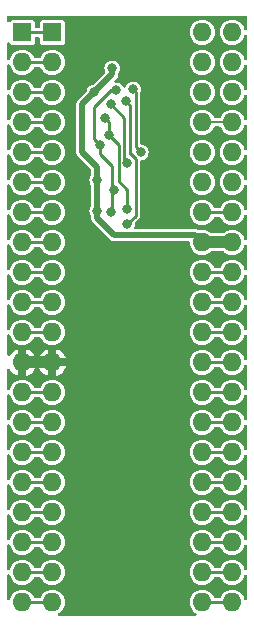
<source format=gbr>
%TF.GenerationSoftware,KiCad,Pcbnew,8.0.6*%
%TF.CreationDate,2024-11-04T10:18:01-07:00*%
%TF.ProjectId,TMS9918-9928,544d5339-3931-4382-9d39-3932382e6b69,rev?*%
%TF.SameCoordinates,Original*%
%TF.FileFunction,Copper,L1,Top*%
%TF.FilePolarity,Positive*%
%FSLAX46Y46*%
G04 Gerber Fmt 4.6, Leading zero omitted, Abs format (unit mm)*
G04 Created by KiCad (PCBNEW 8.0.6) date 2024-11-04 10:18:01*
%MOMM*%
%LPD*%
G01*
G04 APERTURE LIST*
%TA.AperFunction,ComponentPad*%
%ADD10R,1.600000X1.600000*%
%TD*%
%TA.AperFunction,ComponentPad*%
%ADD11O,1.600000X1.600000*%
%TD*%
%TA.AperFunction,ViaPad*%
%ADD12C,0.800000*%
%TD*%
%TA.AperFunction,Conductor*%
%ADD13C,1.000000*%
%TD*%
%TA.AperFunction,Conductor*%
%ADD14C,0.500000*%
%TD*%
%TA.AperFunction,Conductor*%
%ADD15C,0.250000*%
%TD*%
%TA.AperFunction,Conductor*%
%ADD16C,0.200000*%
%TD*%
G04 APERTURE END LIST*
D10*
%TO.P,U4,1,~{RAS}*%
%TO.N,/~{RAS}*%
X124460000Y-66040000D03*
D11*
%TO.P,U4,2,~{CAS}*%
%TO.N,/~{CAS}*%
X124460000Y-68580000D03*
%TO.P,U4,3,AD7*%
%TO.N,/AD7*%
X124460000Y-71120000D03*
%TO.P,U4,4,AD6*%
%TO.N,/AD6*%
X124460000Y-73660000D03*
%TO.P,U4,5,AD5*%
%TO.N,/AD5*%
X124460000Y-76200000D03*
%TO.P,U4,6,AD4*%
%TO.N,/AD4*%
X124460000Y-78740000D03*
%TO.P,U4,7,AD3*%
%TO.N,/AD3*%
X124460000Y-81280000D03*
%TO.P,U4,8,AD2*%
%TO.N,/AD2*%
X124460000Y-83820000D03*
%TO.P,U4,9,AD1*%
%TO.N,/AD1*%
X124460000Y-86360000D03*
%TO.P,U4,10,AD0*%
%TO.N,/AD0*%
X124460000Y-88900000D03*
%TO.P,U4,11,R/~{W}*%
%TO.N,/R{slash}~{W}*%
X124460000Y-91440000D03*
%TO.P,U4,12,VSS*%
%TO.N,GND*%
X124460000Y-93980000D03*
%TO.P,U4,13,MODE*%
%TO.N,/MODE*%
X124460000Y-96520000D03*
%TO.P,U4,14,~{CSW}*%
%TO.N,/~{CSW}*%
X124460000Y-99060000D03*
%TO.P,U4,15,~{CSR}*%
%TO.N,/~{CSR}*%
X124460000Y-101600000D03*
%TO.P,U4,16,~{INT}*%
%TO.N,/~{INT}*%
X124460000Y-104140000D03*
%TO.P,U4,17,CD7*%
%TO.N,/CD7*%
X124460000Y-106680000D03*
%TO.P,U4,18,CD6*%
%TO.N,/CD6*%
X124460000Y-109220000D03*
%TO.P,U4,19,CD5*%
%TO.N,/CD5*%
X124460000Y-111760000D03*
%TO.P,U4,20,CD4*%
%TO.N,/CD4*%
X124460000Y-114300000D03*
%TO.P,U4,21,CD3*%
%TO.N,/CD3*%
X139700000Y-114300000D03*
%TO.P,U4,22,CD2*%
%TO.N,/CD2*%
X139700000Y-111760000D03*
%TO.P,U4,23,CD1*%
%TO.N,/CD1*%
X139700000Y-109220000D03*
%TO.P,U4,24,CD0*%
%TO.N,/CD0*%
X139700000Y-106680000D03*
%TO.P,U4,25,RD7*%
%TO.N,/RD7*%
X139700000Y-104140000D03*
%TO.P,U4,26,RD6*%
%TO.N,/RD6*%
X139700000Y-101600000D03*
%TO.P,U4,27,RD5*%
%TO.N,/RD5*%
X139700000Y-99060000D03*
%TO.P,U4,28,RD4*%
%TO.N,/RD4*%
X139700000Y-96520000D03*
%TO.P,U4,29,RD3*%
%TO.N,/RD3*%
X139700000Y-93980000D03*
%TO.P,U4,30,RD2*%
%TO.N,/RD2*%
X139700000Y-91440000D03*
%TO.P,U4,31,RD1*%
%TO.N,/RD1*%
X139700000Y-88900000D03*
%TO.P,U4,32,RD0*%
%TO.N,/RD0*%
X139700000Y-86360000D03*
%TO.P,U4,33,VCC*%
%TO.N,VCC*%
X139700000Y-83820000D03*
%TO.P,U4,34,~{RESET}/SYNC*%
%TO.N,/~{RESET}{slash}SYNC*%
X139700000Y-81280000D03*
%TO.P,U4,35,EXTVDP*%
%TO.N,unconnected-(U4-EXTVDP-Pad35)*%
X139700000Y-78740000D03*
%TO.P,U4,36,COMVID*%
%TO.N,unconnected-(U4-COMVID-Pad36)*%
X139700000Y-76200000D03*
%TO.P,U4,37,GROMCLK*%
%TO.N,/GROMCLK*%
X139700000Y-73660000D03*
%TO.P,U4,38,CPUCLK*%
%TO.N,CLK{slash}3*%
X139700000Y-71120000D03*
%TO.P,U4,39,XTAL1*%
%TO.N,XTAL1*%
X139700000Y-68580000D03*
%TO.P,U4,40,XTAL2*%
%TO.N,XTAL2*%
X139700000Y-66040000D03*
%TD*%
D10*
%TO.P,U5,1,~{RAS}*%
%TO.N,/~{RAS}*%
X121920000Y-66040000D03*
D11*
%TO.P,U5,2,~{CAS}*%
%TO.N,/~{CAS}*%
X121920000Y-68580000D03*
%TO.P,U5,3,AD7*%
%TO.N,/AD7*%
X121920000Y-71120000D03*
%TO.P,U5,4,AD6*%
%TO.N,/AD6*%
X121920000Y-73660000D03*
%TO.P,U5,5,AD5*%
%TO.N,/AD5*%
X121920000Y-76200000D03*
%TO.P,U5,6,AD4*%
%TO.N,/AD4*%
X121920000Y-78740000D03*
%TO.P,U5,7,AD3*%
%TO.N,/AD3*%
X121920000Y-81280000D03*
%TO.P,U5,8,AD2*%
%TO.N,/AD2*%
X121920000Y-83820000D03*
%TO.P,U5,9,AD1*%
%TO.N,/AD1*%
X121920000Y-86360000D03*
%TO.P,U5,10,AD0*%
%TO.N,/AD0*%
X121920000Y-88900000D03*
%TO.P,U5,11,R/~{W}*%
%TO.N,/R{slash}~{W}*%
X121920000Y-91440000D03*
%TO.P,U5,12,VSS*%
%TO.N,GND*%
X121920000Y-93980000D03*
%TO.P,U5,13,MODE*%
%TO.N,/MODE*%
X121920000Y-96520000D03*
%TO.P,U5,14,~{CSW}*%
%TO.N,/~{CSW}*%
X121920000Y-99060000D03*
%TO.P,U5,15,~{CSR}*%
%TO.N,/~{CSR}*%
X121920000Y-101600000D03*
%TO.P,U5,16,~{INT}*%
%TO.N,/~{INT}*%
X121920000Y-104140000D03*
%TO.P,U5,17,CD7*%
%TO.N,/CD7*%
X121920000Y-106680000D03*
%TO.P,U5,18,CD6*%
%TO.N,/CD6*%
X121920000Y-109220000D03*
%TO.P,U5,19,CD5*%
%TO.N,/CD5*%
X121920000Y-111760000D03*
%TO.P,U5,20,CD4*%
%TO.N,/CD4*%
X121920000Y-114300000D03*
%TO.P,U5,21,CD3*%
%TO.N,/CD3*%
X137160000Y-114300000D03*
%TO.P,U5,22,CD2*%
%TO.N,/CD2*%
X137160000Y-111760000D03*
%TO.P,U5,23,CD1*%
%TO.N,/CD1*%
X137160000Y-109220000D03*
%TO.P,U5,24,CD0*%
%TO.N,/CD0*%
X137160000Y-106680000D03*
%TO.P,U5,25,RD7*%
%TO.N,/RD7*%
X137160000Y-104140000D03*
%TO.P,U5,26,RD6*%
%TO.N,/RD6*%
X137160000Y-101600000D03*
%TO.P,U5,27,RD5*%
%TO.N,/RD5*%
X137160000Y-99060000D03*
%TO.P,U5,28,RD4*%
%TO.N,/RD4*%
X137160000Y-96520000D03*
%TO.P,U5,29,RD3*%
%TO.N,/RD3*%
X137160000Y-93980000D03*
%TO.P,U5,30,RD2*%
%TO.N,/RD2*%
X137160000Y-91440000D03*
%TO.P,U5,31,RD1*%
%TO.N,/RD1*%
X137160000Y-88900000D03*
%TO.P,U5,32,RD0*%
%TO.N,/RD0*%
X137160000Y-86360000D03*
%TO.P,U5,33,VCC*%
%TO.N,VCC*%
X137160000Y-83820000D03*
%TO.P,U5,34,~{RESET}/SYNC*%
%TO.N,/~{RESET}{slash}SYNC*%
X137160000Y-81280000D03*
%TO.P,U5,35,B-Y*%
%TO.N,B-Y*%
X137160000Y-78740000D03*
%TO.P,U5,36,Y*%
%TO.N,Y*%
X137160000Y-76200000D03*
%TO.P,U5,37,GROMCLK*%
%TO.N,/GROMCLK*%
X137160000Y-73660000D03*
%TO.P,U5,38,R-Y*%
%TO.N,R-Y*%
X137160000Y-71120000D03*
%TO.P,U5,39,XTAL1*%
%TO.N,CLK*%
X137160000Y-68580000D03*
%TO.P,U5,40,XTAL2*%
%TO.N,~{CLK}*%
X137160000Y-66040000D03*
%TD*%
D12*
%TO.N,VCC*%
X128270000Y-81156000D03*
X129540000Y-69088000D03*
X128270000Y-78556000D03*
X128016000Y-71120000D03*
%TO.N,GND*%
X132207000Y-68580000D03*
X127000000Y-68199000D03*
X132715000Y-84201000D03*
X126873000Y-84201000D03*
X131064000Y-65659000D03*
X135890000Y-72136000D03*
X134874000Y-77216000D03*
X127000000Y-66421000D03*
X132588000Y-77724000D03*
%TO.N,Net-(U1A-D)*%
X130801048Y-77097952D03*
X129413000Y-72136000D03*
%TO.N,CLK*%
X129886688Y-70958688D03*
X129667000Y-79375000D03*
X128524000Y-75565000D03*
X129413000Y-81280000D03*
%TO.N,Net-(U1A-Q)*%
X130810000Y-81026000D03*
X129286000Y-74780500D03*
X128905000Y-73279000D03*
%TO.N,Net-(U1B-~{Q})*%
X130683000Y-71882000D03*
X130810000Y-82296000D03*
%TO.N,Net-(U2-Pad1)*%
X131318000Y-70866000D03*
X131953000Y-76200000D03*
%TD*%
D13*
%TO.N,VCC*%
X137604500Y-83820000D02*
X139890500Y-83820000D01*
D14*
X129706000Y-83224000D02*
X136564000Y-83224000D01*
X128270000Y-77470000D02*
X128270000Y-78556000D01*
X128270000Y-81156000D02*
X128270000Y-78556000D01*
X128270000Y-81788000D02*
X129706000Y-83224000D01*
X136564000Y-83224000D02*
X137160000Y-83820000D01*
X129540000Y-69596000D02*
X129540000Y-69088000D01*
X128016000Y-71120000D02*
X127000000Y-72136000D01*
X128016000Y-71120000D02*
X129540000Y-69596000D01*
X127000000Y-72136000D02*
X127000000Y-76200000D01*
D13*
X137477500Y-83693000D02*
X137604500Y-83820000D01*
D14*
X127000000Y-76200000D02*
X128270000Y-77470000D01*
X128270000Y-81156000D02*
X128270000Y-81788000D01*
D13*
%TO.N,GND*%
X121920000Y-93980000D02*
X124460000Y-93980000D01*
D15*
%TO.N,Net-(U1A-D)*%
X130556000Y-73279000D02*
X129413000Y-72136000D01*
X130556000Y-76852904D02*
X130801048Y-77097952D01*
X130556000Y-76852904D02*
X130556000Y-73279000D01*
%TO.N,CLK*%
X129540000Y-79248000D02*
X129540000Y-77343000D01*
X128524000Y-76327000D02*
X128524000Y-75565000D01*
X129667000Y-79375000D02*
X129540000Y-79248000D01*
X129540000Y-79502000D02*
X129667000Y-79375000D01*
X129413000Y-81280000D02*
X129540000Y-81153000D01*
X128016000Y-72390000D02*
X128016000Y-75057000D01*
X129540000Y-81153000D02*
X129540000Y-79502000D01*
X129886688Y-70958688D02*
X129447312Y-70958688D01*
X129540000Y-77343000D02*
X128524000Y-76327000D01*
X129447312Y-70958688D02*
X128016000Y-72390000D01*
X128016000Y-75057000D02*
X128524000Y-75565000D01*
%TO.N,Net-(U1A-Q)*%
X130076048Y-75570548D02*
X130076048Y-78641048D01*
X130810000Y-79375000D02*
X130810000Y-81026000D01*
X129286000Y-74780500D02*
X129286000Y-73660000D01*
X130076048Y-78641048D02*
X130810000Y-79375000D01*
X129286000Y-74780500D02*
X130076048Y-75570548D01*
X129286000Y-73660000D02*
X128905000Y-73279000D01*
%TO.N,Net-(U1B-~{Q})*%
X131526048Y-76797647D02*
X131526048Y-80716743D01*
X130683000Y-71882000D02*
X131085000Y-72284000D01*
X131535000Y-81571000D02*
X130810000Y-82296000D01*
X131085000Y-72284000D02*
X131085000Y-76372952D01*
X131085000Y-76372952D02*
X131101353Y-76372952D01*
X131526048Y-80716743D02*
X131535000Y-80725695D01*
X131101353Y-76372952D02*
X131526048Y-76797647D01*
X131535000Y-80725695D02*
X131535000Y-81571000D01*
%TO.N,Net-(U2-Pad1)*%
X131535000Y-75782000D02*
X131535000Y-71083000D01*
X131535000Y-71083000D02*
X131318000Y-70866000D01*
X131953000Y-76200000D02*
X131535000Y-75782000D01*
%TO.N,/~{RAS}*%
X121920000Y-66040000D02*
X124460000Y-66040000D01*
%TO.N,/~{CAS}*%
X121920000Y-68580000D02*
X124460000Y-68580000D01*
%TO.N,/AD7*%
X121920000Y-71120000D02*
X124460000Y-71120000D01*
%TO.N,/AD6*%
X121920000Y-73660000D02*
X124460000Y-73660000D01*
%TO.N,/AD5*%
X121920000Y-76200000D02*
X124460000Y-76200000D01*
%TO.N,/AD4*%
X121920000Y-78740000D02*
X124460000Y-78740000D01*
%TO.N,/AD3*%
X121920000Y-81280000D02*
X124460000Y-81280000D01*
%TO.N,/AD2*%
X121920000Y-83820000D02*
X124460000Y-83820000D01*
%TO.N,/AD1*%
X121920000Y-86360000D02*
X124460000Y-86360000D01*
%TO.N,/AD0*%
X121920000Y-88900000D02*
X124460000Y-88900000D01*
%TO.N,/R{slash}~{W}*%
X121920000Y-91440000D02*
X124460000Y-91440000D01*
%TO.N,/MODE*%
X121920000Y-96520000D02*
X124460000Y-96520000D01*
%TO.N,/~{CSW}*%
X121920000Y-99060000D02*
X124460000Y-99060000D01*
%TO.N,/~{CSR}*%
X121920000Y-101600000D02*
X124460000Y-101600000D01*
%TO.N,/~{INT}*%
X121920000Y-104140000D02*
X124460000Y-104140000D01*
%TO.N,/CD7*%
X121920000Y-106680000D02*
X124460000Y-106680000D01*
%TO.N,/CD6*%
X121920000Y-109220000D02*
X124460000Y-109220000D01*
%TO.N,/CD5*%
X121920000Y-111760000D02*
X124460000Y-111760000D01*
%TO.N,/CD4*%
X121920000Y-114300000D02*
X124460000Y-114300000D01*
%TO.N,/CD3*%
X137160000Y-114300000D02*
X139700000Y-114300000D01*
%TO.N,/CD2*%
X137160000Y-111760000D02*
X139700000Y-111760000D01*
%TO.N,/CD1*%
X137160000Y-109220000D02*
X139700000Y-109220000D01*
%TO.N,/CD0*%
X137160000Y-106680000D02*
X139700000Y-106680000D01*
%TO.N,/RD7*%
X137160000Y-104140000D02*
X139700000Y-104140000D01*
%TO.N,/RD6*%
X137160000Y-101600000D02*
X139700000Y-101600000D01*
%TO.N,/RD5*%
X137160000Y-99060000D02*
X139700000Y-99060000D01*
%TO.N,/RD4*%
X137160000Y-96520000D02*
X139700000Y-96520000D01*
%TO.N,/RD3*%
X137160000Y-93980000D02*
X139700000Y-93980000D01*
%TO.N,/RD2*%
X137160000Y-91440000D02*
X139700000Y-91440000D01*
%TO.N,/RD1*%
X137160000Y-88900000D02*
X139700000Y-88900000D01*
%TO.N,/RD0*%
X137160000Y-86360000D02*
X139700000Y-86360000D01*
%TO.N,/~{RESET}{slash}SYNC*%
X137160000Y-81280000D02*
X139700000Y-81280000D01*
D16*
%TO.N,/GROMCLK*%
X137160000Y-73660000D02*
X139700000Y-73660000D01*
%TD*%
%TA.AperFunction,Conductor*%
%TO.N,GND*%
G36*
X140912121Y-64663002D02*
G01*
X140958614Y-64716658D01*
X140970000Y-64769000D01*
X140970000Y-65744566D01*
X140949998Y-65812687D01*
X140896342Y-65859180D01*
X140826068Y-65869284D01*
X140761488Y-65839790D01*
X140723425Y-65781141D01*
X140712330Y-65744566D01*
X140678945Y-65634508D01*
X140581027Y-65451317D01*
X140581025Y-65451313D01*
X140449252Y-65290747D01*
X140288686Y-65158975D01*
X140288686Y-65158974D01*
X140105492Y-65061055D01*
X140090529Y-65056516D01*
X139906718Y-65000758D01*
X139906717Y-65000757D01*
X139906711Y-65000756D01*
X139700003Y-64980398D01*
X139699997Y-64980398D01*
X139493288Y-65000756D01*
X139294507Y-65061055D01*
X139111313Y-65158974D01*
X139111313Y-65158975D01*
X138950747Y-65290747D01*
X138818975Y-65451313D01*
X138818974Y-65451313D01*
X138721055Y-65634507D01*
X138660756Y-65833288D01*
X138640398Y-66039996D01*
X138640398Y-66040003D01*
X138660756Y-66246711D01*
X138721055Y-66445492D01*
X138818974Y-66628686D01*
X138950747Y-66789252D01*
X139111313Y-66921024D01*
X139111313Y-66921025D01*
X139111317Y-66921027D01*
X139294508Y-67018945D01*
X139493282Y-67079242D01*
X139493286Y-67079242D01*
X139493288Y-67079243D01*
X139699997Y-67099602D01*
X139700000Y-67099602D01*
X139700003Y-67099602D01*
X139906711Y-67079243D01*
X139906712Y-67079242D01*
X139906718Y-67079242D01*
X140105492Y-67018945D01*
X140288683Y-66921027D01*
X140288684Y-66921025D01*
X140288686Y-66921025D01*
X140288686Y-66921024D01*
X140449252Y-66789252D01*
X140581027Y-66628683D01*
X140678945Y-66445492D01*
X140723426Y-66298856D01*
X140762340Y-66239476D01*
X140827181Y-66210561D01*
X140897362Y-66221291D01*
X140950601Y-66268260D01*
X140970000Y-66335433D01*
X140970000Y-68284566D01*
X140949998Y-68352687D01*
X140896342Y-68399180D01*
X140826068Y-68409284D01*
X140761488Y-68379790D01*
X140723425Y-68321141D01*
X140712330Y-68284566D01*
X140678945Y-68174508D01*
X140581027Y-67991317D01*
X140581025Y-67991313D01*
X140449252Y-67830747D01*
X140288686Y-67698975D01*
X140288686Y-67698974D01*
X140105492Y-67601055D01*
X139906711Y-67540756D01*
X139700003Y-67520398D01*
X139699997Y-67520398D01*
X139493288Y-67540756D01*
X139294507Y-67601055D01*
X139111313Y-67698974D01*
X139111313Y-67698975D01*
X138950747Y-67830747D01*
X138818975Y-67991313D01*
X138818974Y-67991313D01*
X138721055Y-68174507D01*
X138660756Y-68373288D01*
X138640398Y-68579996D01*
X138640398Y-68580003D01*
X138660756Y-68786711D01*
X138721055Y-68985492D01*
X138818974Y-69168686D01*
X138950747Y-69329252D01*
X139111313Y-69461024D01*
X139111313Y-69461025D01*
X139111317Y-69461027D01*
X139294508Y-69558945D01*
X139493282Y-69619242D01*
X139493286Y-69619242D01*
X139493288Y-69619243D01*
X139699997Y-69639602D01*
X139700000Y-69639602D01*
X139700003Y-69639602D01*
X139906711Y-69619243D01*
X139906712Y-69619242D01*
X139906718Y-69619242D01*
X140105492Y-69558945D01*
X140288683Y-69461027D01*
X140288684Y-69461025D01*
X140288686Y-69461025D01*
X140288686Y-69461024D01*
X140449252Y-69329252D01*
X140581027Y-69168683D01*
X140678945Y-68985492D01*
X140723426Y-68838856D01*
X140762340Y-68779476D01*
X140827181Y-68750561D01*
X140897362Y-68761291D01*
X140950601Y-68808260D01*
X140970000Y-68875433D01*
X140970000Y-70824566D01*
X140949998Y-70892687D01*
X140896342Y-70939180D01*
X140826068Y-70949284D01*
X140761488Y-70919790D01*
X140723425Y-70861141D01*
X140709006Y-70813607D01*
X140678945Y-70714508D01*
X140581027Y-70531317D01*
X140581025Y-70531313D01*
X140449252Y-70370747D01*
X140288686Y-70238975D01*
X140288686Y-70238974D01*
X140105492Y-70141055D01*
X139906711Y-70080756D01*
X139700003Y-70060398D01*
X139699997Y-70060398D01*
X139493288Y-70080756D01*
X139294507Y-70141055D01*
X139111313Y-70238974D01*
X139111313Y-70238975D01*
X138950747Y-70370747D01*
X138818975Y-70531313D01*
X138818974Y-70531313D01*
X138721055Y-70714507D01*
X138660756Y-70913288D01*
X138640398Y-71119996D01*
X138640398Y-71120003D01*
X138660756Y-71326711D01*
X138721055Y-71525492D01*
X138818974Y-71708686D01*
X138950745Y-71869250D01*
X138950747Y-71869252D01*
X139111313Y-72001024D01*
X139111313Y-72001025D01*
X139111317Y-72001027D01*
X139294508Y-72098945D01*
X139493282Y-72159242D01*
X139493286Y-72159242D01*
X139493288Y-72159243D01*
X139699997Y-72179602D01*
X139700000Y-72179602D01*
X139700003Y-72179602D01*
X139906711Y-72159243D01*
X139906712Y-72159242D01*
X139906718Y-72159242D01*
X140105492Y-72098945D01*
X140288683Y-72001027D01*
X140288684Y-72001025D01*
X140288686Y-72001025D01*
X140288686Y-72001024D01*
X140449252Y-71869252D01*
X140449255Y-71869250D01*
X140543647Y-71754229D01*
X140581027Y-71708683D01*
X140678945Y-71525492D01*
X140723426Y-71378856D01*
X140762340Y-71319476D01*
X140827181Y-71290561D01*
X140897362Y-71301291D01*
X140950601Y-71348260D01*
X140970000Y-71415433D01*
X140970000Y-73364566D01*
X140949998Y-73432687D01*
X140896342Y-73479180D01*
X140826068Y-73489284D01*
X140761488Y-73459790D01*
X140723425Y-73401141D01*
X140678945Y-73254508D01*
X140581027Y-73071317D01*
X140581025Y-73071313D01*
X140449252Y-72910747D01*
X140288686Y-72778975D01*
X140288686Y-72778974D01*
X140105492Y-72681055D01*
X140044446Y-72662537D01*
X139906718Y-72620758D01*
X139906717Y-72620757D01*
X139906711Y-72620756D01*
X139700003Y-72600398D01*
X139699997Y-72600398D01*
X139493288Y-72620756D01*
X139294507Y-72681055D01*
X139111313Y-72778974D01*
X139111313Y-72778975D01*
X138950747Y-72910747D01*
X138818975Y-73071313D01*
X138818974Y-73071313D01*
X138729400Y-73238896D01*
X138679648Y-73289544D01*
X138618278Y-73305500D01*
X138241722Y-73305500D01*
X138173601Y-73285498D01*
X138130600Y-73238896D01*
X138041025Y-73071313D01*
X137909252Y-72910747D01*
X137748686Y-72778975D01*
X137748686Y-72778974D01*
X137565492Y-72681055D01*
X137504446Y-72662537D01*
X137366718Y-72620758D01*
X137366717Y-72620757D01*
X137366711Y-72620756D01*
X137160003Y-72600398D01*
X137159997Y-72600398D01*
X136953288Y-72620756D01*
X136754507Y-72681055D01*
X136571313Y-72778974D01*
X136571313Y-72778975D01*
X136410747Y-72910747D01*
X136278975Y-73071313D01*
X136278974Y-73071313D01*
X136181055Y-73254507D01*
X136120756Y-73453288D01*
X136100398Y-73659996D01*
X136100398Y-73660003D01*
X136120756Y-73866711D01*
X136120757Y-73866717D01*
X136120758Y-73866718D01*
X136129477Y-73895462D01*
X136181055Y-74065492D01*
X136278974Y-74248686D01*
X136410747Y-74409252D01*
X136571313Y-74541024D01*
X136571313Y-74541025D01*
X136571317Y-74541027D01*
X136754508Y-74638945D01*
X136953282Y-74699242D01*
X136953286Y-74699242D01*
X136953288Y-74699243D01*
X137159997Y-74719602D01*
X137160000Y-74719602D01*
X137160003Y-74719602D01*
X137366711Y-74699243D01*
X137366712Y-74699242D01*
X137366718Y-74699242D01*
X137565492Y-74638945D01*
X137748683Y-74541027D01*
X137748684Y-74541025D01*
X137748686Y-74541025D01*
X137748686Y-74541024D01*
X137909252Y-74409252D01*
X138041027Y-74248683D01*
X138130600Y-74081103D01*
X138180352Y-74030456D01*
X138241722Y-74014500D01*
X138618278Y-74014500D01*
X138686399Y-74034502D01*
X138729400Y-74081104D01*
X138818974Y-74248686D01*
X138950747Y-74409252D01*
X139111313Y-74541024D01*
X139111313Y-74541025D01*
X139111317Y-74541027D01*
X139294508Y-74638945D01*
X139493282Y-74699242D01*
X139493286Y-74699242D01*
X139493288Y-74699243D01*
X139699997Y-74719602D01*
X139700000Y-74719602D01*
X139700003Y-74719602D01*
X139906711Y-74699243D01*
X139906712Y-74699242D01*
X139906718Y-74699242D01*
X140105492Y-74638945D01*
X140288683Y-74541027D01*
X140288684Y-74541025D01*
X140288686Y-74541025D01*
X140288686Y-74541024D01*
X140449252Y-74409252D01*
X140581027Y-74248683D01*
X140678945Y-74065492D01*
X140723426Y-73918856D01*
X140762340Y-73859476D01*
X140827181Y-73830561D01*
X140897362Y-73841291D01*
X140950601Y-73888260D01*
X140970000Y-73955433D01*
X140970000Y-75904566D01*
X140949998Y-75972687D01*
X140896342Y-76019180D01*
X140826068Y-76029284D01*
X140761488Y-75999790D01*
X140723425Y-75941141D01*
X140678945Y-75794508D01*
X140581027Y-75611317D01*
X140581025Y-75611313D01*
X140449252Y-75450747D01*
X140288686Y-75318975D01*
X140288686Y-75318974D01*
X140105492Y-75221055D01*
X139906711Y-75160756D01*
X139700003Y-75140398D01*
X139699997Y-75140398D01*
X139493288Y-75160756D01*
X139294507Y-75221055D01*
X139111313Y-75318974D01*
X139111313Y-75318975D01*
X138950747Y-75450747D01*
X138818975Y-75611313D01*
X138818974Y-75611313D01*
X138721055Y-75794507D01*
X138660756Y-75993288D01*
X138640398Y-76199996D01*
X138640398Y-76200003D01*
X138660756Y-76406711D01*
X138660757Y-76406717D01*
X138660758Y-76406718D01*
X138690995Y-76506398D01*
X138721055Y-76605492D01*
X138818974Y-76788686D01*
X138950747Y-76949252D01*
X139111313Y-77081024D01*
X139111313Y-77081025D01*
X139111317Y-77081027D01*
X139294508Y-77178945D01*
X139493282Y-77239242D01*
X139493286Y-77239242D01*
X139493288Y-77239243D01*
X139699997Y-77259602D01*
X139700000Y-77259602D01*
X139700003Y-77259602D01*
X139906711Y-77239243D01*
X139906712Y-77239242D01*
X139906718Y-77239242D01*
X140105492Y-77178945D01*
X140288683Y-77081027D01*
X140288684Y-77081025D01*
X140288686Y-77081025D01*
X140288686Y-77081024D01*
X140449252Y-76949252D01*
X140581027Y-76788683D01*
X140678945Y-76605492D01*
X140723426Y-76458856D01*
X140762340Y-76399476D01*
X140827181Y-76370561D01*
X140897362Y-76381291D01*
X140950601Y-76428260D01*
X140970000Y-76495433D01*
X140970000Y-78444566D01*
X140949998Y-78512687D01*
X140896342Y-78559180D01*
X140826068Y-78569284D01*
X140761488Y-78539790D01*
X140723425Y-78481141D01*
X140712330Y-78444566D01*
X140678945Y-78334508D01*
X140581027Y-78151317D01*
X140581025Y-78151313D01*
X140449252Y-77990747D01*
X140288686Y-77858975D01*
X140288686Y-77858974D01*
X140105492Y-77761055D01*
X139906718Y-77700758D01*
X139906717Y-77700757D01*
X139906711Y-77700756D01*
X139700003Y-77680398D01*
X139699997Y-77680398D01*
X139493288Y-77700756D01*
X139294507Y-77761055D01*
X139111313Y-77858974D01*
X139111313Y-77858975D01*
X138950747Y-77990747D01*
X138818975Y-78151313D01*
X138818974Y-78151313D01*
X138721055Y-78334507D01*
X138660756Y-78533288D01*
X138640398Y-78739996D01*
X138640398Y-78740003D01*
X138660756Y-78946711D01*
X138721055Y-79145492D01*
X138818974Y-79328686D01*
X138950747Y-79489252D01*
X139111313Y-79621024D01*
X139111313Y-79621025D01*
X139111317Y-79621027D01*
X139294508Y-79718945D01*
X139493282Y-79779242D01*
X139493286Y-79779242D01*
X139493288Y-79779243D01*
X139699997Y-79799602D01*
X139700000Y-79799602D01*
X139700003Y-79799602D01*
X139906711Y-79779243D01*
X139906712Y-79779242D01*
X139906718Y-79779242D01*
X140105492Y-79718945D01*
X140288683Y-79621027D01*
X140288684Y-79621025D01*
X140288686Y-79621025D01*
X140288686Y-79621024D01*
X140449252Y-79489252D01*
X140581027Y-79328683D01*
X140678945Y-79145492D01*
X140723426Y-78998856D01*
X140762340Y-78939476D01*
X140827181Y-78910561D01*
X140897362Y-78921291D01*
X140950601Y-78968260D01*
X140970000Y-79035433D01*
X140970000Y-80984566D01*
X140949998Y-81052687D01*
X140896342Y-81099180D01*
X140826068Y-81109284D01*
X140761488Y-81079790D01*
X140723425Y-81021141D01*
X140716472Y-80998220D01*
X140678945Y-80874508D01*
X140581027Y-80691317D01*
X140581025Y-80691313D01*
X140449252Y-80530747D01*
X140288686Y-80398975D01*
X140288686Y-80398974D01*
X140105492Y-80301055D01*
X139906711Y-80240756D01*
X139700003Y-80220398D01*
X139699997Y-80220398D01*
X139493288Y-80240756D01*
X139294507Y-80301055D01*
X139111313Y-80398974D01*
X139111313Y-80398975D01*
X138950747Y-80530747D01*
X138818975Y-80691313D01*
X138818974Y-80691313D01*
X138742763Y-80833896D01*
X138693011Y-80884544D01*
X138631641Y-80900500D01*
X138228359Y-80900500D01*
X138160238Y-80880498D01*
X138117237Y-80833896D01*
X138107570Y-80815811D01*
X138041027Y-80691317D01*
X138041025Y-80691313D01*
X137909252Y-80530747D01*
X137748686Y-80398975D01*
X137748686Y-80398974D01*
X137565492Y-80301055D01*
X137366711Y-80240756D01*
X137160003Y-80220398D01*
X137159997Y-80220398D01*
X136953288Y-80240756D01*
X136754507Y-80301055D01*
X136571313Y-80398974D01*
X136571313Y-80398975D01*
X136410747Y-80530747D01*
X136278975Y-80691313D01*
X136278974Y-80691313D01*
X136181055Y-80874507D01*
X136120756Y-81073288D01*
X136100398Y-81279996D01*
X136100398Y-81280003D01*
X136120756Y-81486711D01*
X136120757Y-81486717D01*
X136120758Y-81486718D01*
X136178011Y-81675456D01*
X136181055Y-81685492D01*
X136278974Y-81868686D01*
X136410747Y-82029252D01*
X136571313Y-82161024D01*
X136571313Y-82161025D01*
X136571317Y-82161027D01*
X136754508Y-82258945D01*
X136953282Y-82319242D01*
X136953286Y-82319242D01*
X136953288Y-82319243D01*
X137159997Y-82339602D01*
X137160000Y-82339602D01*
X137160003Y-82339602D01*
X137366711Y-82319243D01*
X137366712Y-82319242D01*
X137366718Y-82319242D01*
X137565492Y-82258945D01*
X137748683Y-82161027D01*
X137748684Y-82161025D01*
X137748686Y-82161025D01*
X137748686Y-82161024D01*
X137909252Y-82029252D01*
X138041027Y-81868683D01*
X138117237Y-81726103D01*
X138166989Y-81675456D01*
X138228359Y-81659500D01*
X138631641Y-81659500D01*
X138699762Y-81679502D01*
X138742763Y-81726104D01*
X138818974Y-81868686D01*
X138950747Y-82029252D01*
X139111313Y-82161024D01*
X139111313Y-82161025D01*
X139111317Y-82161027D01*
X139294508Y-82258945D01*
X139493282Y-82319242D01*
X139493286Y-82319242D01*
X139493288Y-82319243D01*
X139699997Y-82339602D01*
X139700000Y-82339602D01*
X139700003Y-82339602D01*
X139906711Y-82319243D01*
X139906712Y-82319242D01*
X139906718Y-82319242D01*
X140105492Y-82258945D01*
X140288683Y-82161027D01*
X140288684Y-82161025D01*
X140288686Y-82161025D01*
X140288686Y-82161024D01*
X140449252Y-82029252D01*
X140581027Y-81868683D01*
X140678945Y-81685492D01*
X140723426Y-81538856D01*
X140762340Y-81479476D01*
X140827181Y-81450561D01*
X140897362Y-81461291D01*
X140950601Y-81508260D01*
X140970000Y-81575433D01*
X140970000Y-83524566D01*
X140949998Y-83592687D01*
X140896342Y-83639180D01*
X140826068Y-83649284D01*
X140761488Y-83619790D01*
X140723425Y-83561141D01*
X140712330Y-83524566D01*
X140678945Y-83414508D01*
X140581027Y-83231317D01*
X140581025Y-83231313D01*
X140449252Y-83070747D01*
X140288686Y-82938975D01*
X140288686Y-82938974D01*
X140105492Y-82841055D01*
X139906718Y-82780758D01*
X139906717Y-82780757D01*
X139906711Y-82780756D01*
X139700003Y-82760398D01*
X139699997Y-82760398D01*
X139493288Y-82780756D01*
X139294507Y-82841055D01*
X139111316Y-82938973D01*
X138991994Y-83036899D01*
X138926646Y-83064653D01*
X138912060Y-83065500D01*
X137947940Y-83065500D01*
X137879819Y-83045498D01*
X137868006Y-83036899D01*
X137748683Y-82938973D01*
X137565492Y-82841055D01*
X137366718Y-82780758D01*
X137366717Y-82780757D01*
X137366711Y-82780756D01*
X137160003Y-82760398D01*
X137159997Y-82760398D01*
X136953285Y-82780756D01*
X136908527Y-82794333D01*
X136837533Y-82794965D01*
X136808958Y-82782879D01*
X136800841Y-82778193D01*
X136800837Y-82778191D01*
X136758732Y-82753882D01*
X136758731Y-82753881D01*
X136758730Y-82753881D01*
X136630419Y-82719500D01*
X136630417Y-82719500D01*
X131531918Y-82719500D01*
X131463797Y-82699498D01*
X131417304Y-82645842D01*
X131407200Y-82575568D01*
X131414106Y-82548819D01*
X131450150Y-82453779D01*
X131469307Y-82296002D01*
X131469307Y-82296000D01*
X131469307Y-82295996D01*
X131463425Y-82247562D01*
X131475069Y-82177531D01*
X131499408Y-82143284D01*
X131757642Y-81885050D01*
X131757652Y-81885043D01*
X131838670Y-81804025D01*
X131838676Y-81804019D01*
X131888638Y-81717482D01*
X131899899Y-81675456D01*
X131904175Y-81659499D01*
X131904175Y-81659496D01*
X131914501Y-81620962D01*
X131914501Y-81521038D01*
X131914501Y-81513321D01*
X131914500Y-81513303D01*
X131914500Y-80785820D01*
X131914501Y-80785807D01*
X131914501Y-80675734D01*
X131914501Y-80675733D01*
X131909841Y-80658341D01*
X131905548Y-80625731D01*
X131905548Y-78739996D01*
X136100398Y-78739996D01*
X136100398Y-78740003D01*
X136120756Y-78946711D01*
X136181055Y-79145492D01*
X136278974Y-79328686D01*
X136410747Y-79489252D01*
X136571313Y-79621024D01*
X136571313Y-79621025D01*
X136571317Y-79621027D01*
X136754508Y-79718945D01*
X136953282Y-79779242D01*
X136953286Y-79779242D01*
X136953288Y-79779243D01*
X137159997Y-79799602D01*
X137160000Y-79799602D01*
X137160003Y-79799602D01*
X137366711Y-79779243D01*
X137366712Y-79779242D01*
X137366718Y-79779242D01*
X137565492Y-79718945D01*
X137748683Y-79621027D01*
X137748684Y-79621025D01*
X137748686Y-79621025D01*
X137748686Y-79621024D01*
X137909252Y-79489252D01*
X138041027Y-79328683D01*
X138138945Y-79145492D01*
X138199242Y-78946718D01*
X138199417Y-78944947D01*
X138219602Y-78740003D01*
X138219602Y-78739996D01*
X138199243Y-78533288D01*
X138199242Y-78533286D01*
X138199242Y-78533282D01*
X138138945Y-78334508D01*
X138041027Y-78151317D01*
X138041025Y-78151313D01*
X137909252Y-77990747D01*
X137748686Y-77858975D01*
X137748686Y-77858974D01*
X137565492Y-77761055D01*
X137366718Y-77700758D01*
X137366717Y-77700757D01*
X137366711Y-77700756D01*
X137160003Y-77680398D01*
X137159997Y-77680398D01*
X136953288Y-77700756D01*
X136754507Y-77761055D01*
X136571313Y-77858974D01*
X136571313Y-77858975D01*
X136410747Y-77990747D01*
X136278975Y-78151313D01*
X136278974Y-78151313D01*
X136181055Y-78334507D01*
X136120756Y-78533288D01*
X136100398Y-78739996D01*
X131905548Y-78739996D01*
X131905548Y-76980500D01*
X131925550Y-76912379D01*
X131979206Y-76865886D01*
X132024970Y-76855930D01*
X132024908Y-76855418D01*
X132030383Y-76854753D01*
X132031548Y-76854500D01*
X132032470Y-76854500D01*
X132032471Y-76854500D01*
X132186793Y-76816463D01*
X132327529Y-76742599D01*
X132446498Y-76637201D01*
X132536787Y-76506395D01*
X132593149Y-76357782D01*
X132593149Y-76357781D01*
X132593150Y-76357779D01*
X132612307Y-76200003D01*
X132612307Y-76199996D01*
X136100398Y-76199996D01*
X136100398Y-76200003D01*
X136120756Y-76406711D01*
X136120757Y-76406717D01*
X136120758Y-76406718D01*
X136150995Y-76506398D01*
X136181055Y-76605492D01*
X136278974Y-76788686D01*
X136410747Y-76949252D01*
X136571313Y-77081024D01*
X136571313Y-77081025D01*
X136571317Y-77081027D01*
X136754508Y-77178945D01*
X136953282Y-77239242D01*
X136953286Y-77239242D01*
X136953288Y-77239243D01*
X137159997Y-77259602D01*
X137160000Y-77259602D01*
X137160003Y-77259602D01*
X137366711Y-77239243D01*
X137366712Y-77239242D01*
X137366718Y-77239242D01*
X137565492Y-77178945D01*
X137748683Y-77081027D01*
X137748684Y-77081025D01*
X137748686Y-77081025D01*
X137748686Y-77081024D01*
X137909252Y-76949252D01*
X138041027Y-76788683D01*
X138138945Y-76605492D01*
X138199242Y-76406718D01*
X138199956Y-76399476D01*
X138219602Y-76200003D01*
X138219602Y-76199996D01*
X138199243Y-75993288D01*
X138199242Y-75993286D01*
X138199242Y-75993282D01*
X138138945Y-75794508D01*
X138041027Y-75611317D01*
X138041025Y-75611313D01*
X137909252Y-75450747D01*
X137748686Y-75318975D01*
X137748686Y-75318974D01*
X137565492Y-75221055D01*
X137366711Y-75160756D01*
X137160003Y-75140398D01*
X137159997Y-75140398D01*
X136953288Y-75160756D01*
X136754507Y-75221055D01*
X136571313Y-75318974D01*
X136571313Y-75318975D01*
X136410747Y-75450747D01*
X136278975Y-75611313D01*
X136278974Y-75611313D01*
X136181055Y-75794507D01*
X136120756Y-75993288D01*
X136100398Y-76199996D01*
X132612307Y-76199996D01*
X132593150Y-76042220D01*
X132554815Y-75941141D01*
X132536787Y-75893605D01*
X132446498Y-75762799D01*
X132327529Y-75657401D01*
X132327528Y-75657400D01*
X132327525Y-75657398D01*
X132186797Y-75583539D01*
X132186795Y-75583538D01*
X132186793Y-75583537D01*
X132186791Y-75583536D01*
X132186790Y-75583536D01*
X132032465Y-75545498D01*
X132025312Y-75544630D01*
X131960099Y-75516563D01*
X131920413Y-75457694D01*
X131914500Y-75419549D01*
X131914500Y-71161964D01*
X131922191Y-71119996D01*
X136100398Y-71119996D01*
X136100398Y-71120003D01*
X136120756Y-71326711D01*
X136181055Y-71525492D01*
X136278974Y-71708686D01*
X136410745Y-71869250D01*
X136410747Y-71869252D01*
X136571313Y-72001024D01*
X136571313Y-72001025D01*
X136571317Y-72001027D01*
X136754508Y-72098945D01*
X136953282Y-72159242D01*
X136953286Y-72159242D01*
X136953288Y-72159243D01*
X137159997Y-72179602D01*
X137160000Y-72179602D01*
X137160003Y-72179602D01*
X137366711Y-72159243D01*
X137366712Y-72159242D01*
X137366718Y-72159242D01*
X137565492Y-72098945D01*
X137748683Y-72001027D01*
X137748684Y-72001025D01*
X137748686Y-72001025D01*
X137748686Y-72001024D01*
X137909252Y-71869252D01*
X137909255Y-71869250D01*
X138003647Y-71754229D01*
X138041027Y-71708683D01*
X138138945Y-71525492D01*
X138199242Y-71326718D01*
X138199956Y-71319476D01*
X138219602Y-71120003D01*
X138219602Y-71119996D01*
X138199243Y-70913288D01*
X138199242Y-70913286D01*
X138199242Y-70913282D01*
X138138945Y-70714508D01*
X138041027Y-70531317D01*
X138041025Y-70531313D01*
X137909252Y-70370747D01*
X137748686Y-70238975D01*
X137748686Y-70238974D01*
X137565492Y-70141055D01*
X137366711Y-70080756D01*
X137160003Y-70060398D01*
X137159997Y-70060398D01*
X136953288Y-70080756D01*
X136754507Y-70141055D01*
X136571313Y-70238974D01*
X136571313Y-70238975D01*
X136410747Y-70370747D01*
X136278975Y-70531313D01*
X136278974Y-70531313D01*
X136181055Y-70714507D01*
X136120756Y-70913288D01*
X136100398Y-71119996D01*
X131922191Y-71119996D01*
X131922688Y-71117283D01*
X131958150Y-71023779D01*
X131977307Y-70866003D01*
X131977307Y-70865996D01*
X131958150Y-70708220D01*
X131944538Y-70672331D01*
X131901787Y-70559605D01*
X131811498Y-70428799D01*
X131692529Y-70323401D01*
X131692528Y-70323400D01*
X131692525Y-70323398D01*
X131551797Y-70249539D01*
X131551795Y-70249538D01*
X131551793Y-70249537D01*
X131551791Y-70249536D01*
X131551790Y-70249536D01*
X131397472Y-70211500D01*
X131397471Y-70211500D01*
X131238529Y-70211500D01*
X131238527Y-70211500D01*
X131084209Y-70249536D01*
X131084202Y-70249539D01*
X130943474Y-70323398D01*
X130943469Y-70323402D01*
X130824501Y-70428800D01*
X130734215Y-70559601D01*
X130734212Y-70559607D01*
X130702448Y-70643361D01*
X130659589Y-70699962D01*
X130592933Y-70724407D01*
X130523643Y-70708934D01*
X130473718Y-70658456D01*
X130473069Y-70657236D01*
X130470474Y-70652292D01*
X130380186Y-70521487D01*
X130261217Y-70416089D01*
X130261216Y-70416088D01*
X130261213Y-70416086D01*
X130120485Y-70342227D01*
X130120483Y-70342226D01*
X130120481Y-70342225D01*
X130120479Y-70342224D01*
X130120478Y-70342224D01*
X129966160Y-70304188D01*
X129966159Y-70304188D01*
X129849473Y-70304188D01*
X129781352Y-70284186D01*
X129734859Y-70230530D01*
X129724755Y-70160256D01*
X129754249Y-70095676D01*
X129760378Y-70089093D01*
X129943694Y-69905776D01*
X129943700Y-69905770D01*
X130010119Y-69790730D01*
X130033234Y-69704463D01*
X130044500Y-69662419D01*
X130044500Y-69548524D01*
X130064502Y-69480403D01*
X130066777Y-69476986D01*
X130123787Y-69394395D01*
X130180149Y-69245782D01*
X130180149Y-69245781D01*
X130180150Y-69245779D01*
X130199307Y-69088003D01*
X130199307Y-69087996D01*
X130180150Y-68930220D01*
X130166538Y-68894331D01*
X130123787Y-68781605D01*
X130033498Y-68650799D01*
X129953578Y-68579996D01*
X136100398Y-68579996D01*
X136100398Y-68580003D01*
X136120756Y-68786711D01*
X136181055Y-68985492D01*
X136278974Y-69168686D01*
X136410747Y-69329252D01*
X136571313Y-69461024D01*
X136571313Y-69461025D01*
X136571317Y-69461027D01*
X136754508Y-69558945D01*
X136953282Y-69619242D01*
X136953286Y-69619242D01*
X136953288Y-69619243D01*
X137159997Y-69639602D01*
X137160000Y-69639602D01*
X137160003Y-69639602D01*
X137366711Y-69619243D01*
X137366712Y-69619242D01*
X137366718Y-69619242D01*
X137565492Y-69558945D01*
X137748683Y-69461027D01*
X137748684Y-69461025D01*
X137748686Y-69461025D01*
X137748686Y-69461024D01*
X137909252Y-69329252D01*
X138041027Y-69168683D01*
X138138945Y-68985492D01*
X138199242Y-68786718D01*
X138199746Y-68781607D01*
X138219602Y-68580003D01*
X138219602Y-68579996D01*
X138199243Y-68373288D01*
X138199242Y-68373286D01*
X138199242Y-68373282D01*
X138138945Y-68174508D01*
X138041027Y-67991317D01*
X138041025Y-67991313D01*
X137909252Y-67830747D01*
X137748686Y-67698975D01*
X137748686Y-67698974D01*
X137565492Y-67601055D01*
X137366711Y-67540756D01*
X137160003Y-67520398D01*
X137159997Y-67520398D01*
X136953288Y-67540756D01*
X136754507Y-67601055D01*
X136571313Y-67698974D01*
X136571313Y-67698975D01*
X136410747Y-67830747D01*
X136278975Y-67991313D01*
X136278974Y-67991313D01*
X136181055Y-68174507D01*
X136120756Y-68373288D01*
X136100398Y-68579996D01*
X129953578Y-68579996D01*
X129914529Y-68545401D01*
X129914528Y-68545400D01*
X129914525Y-68545398D01*
X129773797Y-68471539D01*
X129773795Y-68471538D01*
X129773793Y-68471537D01*
X129773791Y-68471536D01*
X129773790Y-68471536D01*
X129619472Y-68433500D01*
X129619471Y-68433500D01*
X129460529Y-68433500D01*
X129460527Y-68433500D01*
X129306209Y-68471536D01*
X129306202Y-68471539D01*
X129165474Y-68545398D01*
X129165469Y-68545402D01*
X129046501Y-68650800D01*
X128956215Y-68781601D01*
X128956212Y-68781607D01*
X128899849Y-68930220D01*
X128880693Y-69087996D01*
X128880693Y-69088003D01*
X128899849Y-69245779D01*
X128947101Y-69370368D01*
X128952555Y-69441155D01*
X128918873Y-69503653D01*
X128918384Y-69504144D01*
X127988573Y-70433955D01*
X127929633Y-70467198D01*
X127782215Y-70503534D01*
X127782202Y-70503539D01*
X127641474Y-70577398D01*
X127641469Y-70577402D01*
X127522501Y-70682800D01*
X127432215Y-70813601D01*
X127432212Y-70813607D01*
X127375850Y-70962220D01*
X127369418Y-71015188D01*
X127341350Y-71080401D01*
X127333433Y-71089094D01*
X126596298Y-71826231D01*
X126588019Y-71840570D01*
X126571461Y-71869252D01*
X126529881Y-71941269D01*
X126495500Y-72069582D01*
X126495500Y-76266417D01*
X126495499Y-76266417D01*
X126529880Y-76394728D01*
X126529883Y-76394735D01*
X126543398Y-76418143D01*
X126543400Y-76418146D01*
X126543401Y-76418147D01*
X126596299Y-76509770D01*
X126596301Y-76509772D01*
X126596304Y-76509776D01*
X127728595Y-77642066D01*
X127762620Y-77704378D01*
X127765500Y-77731161D01*
X127765500Y-78095475D01*
X127745498Y-78163596D01*
X127743196Y-78167051D01*
X127686215Y-78249601D01*
X127686212Y-78249607D01*
X127629849Y-78398220D01*
X127610693Y-78555996D01*
X127610693Y-78556003D01*
X127629849Y-78713779D01*
X127639794Y-78740000D01*
X127686213Y-78862395D01*
X127743196Y-78944949D01*
X127765432Y-79012372D01*
X127765500Y-79016524D01*
X127765500Y-80695475D01*
X127745498Y-80763596D01*
X127743196Y-80767051D01*
X127686215Y-80849601D01*
X127686212Y-80849607D01*
X127629849Y-80998220D01*
X127610693Y-81155996D01*
X127610693Y-81156003D01*
X127629849Y-81313779D01*
X127664644Y-81405523D01*
X127686213Y-81462395D01*
X127743196Y-81544949D01*
X127765432Y-81612372D01*
X127765500Y-81616524D01*
X127765500Y-81854417D01*
X127765499Y-81854417D01*
X127776765Y-81896460D01*
X127786957Y-81934499D01*
X127799882Y-81982732D01*
X127824191Y-82024837D01*
X127866296Y-82097766D01*
X127866304Y-82097776D01*
X129396223Y-83627695D01*
X129396227Y-83627698D01*
X129396230Y-83627701D01*
X129469162Y-83669808D01*
X129511270Y-83694119D01*
X129639581Y-83728500D01*
X129639582Y-83728500D01*
X129772419Y-83728500D01*
X135977186Y-83728500D01*
X136045307Y-83748502D01*
X136091800Y-83802158D01*
X136102579Y-83842150D01*
X136120756Y-84026711D01*
X136181055Y-84225492D01*
X136278974Y-84408686D01*
X136410747Y-84569252D01*
X136571313Y-84701024D01*
X136571313Y-84701025D01*
X136571317Y-84701027D01*
X136754508Y-84798945D01*
X136953282Y-84859242D01*
X136953286Y-84859242D01*
X136953288Y-84859243D01*
X137159997Y-84879602D01*
X137160000Y-84879602D01*
X137160003Y-84879602D01*
X137366711Y-84859243D01*
X137366712Y-84859242D01*
X137366718Y-84859242D01*
X137565492Y-84798945D01*
X137748683Y-84701027D01*
X137868007Y-84603100D01*
X137933354Y-84575347D01*
X137947940Y-84574500D01*
X138912060Y-84574500D01*
X138980181Y-84594502D01*
X138991989Y-84603097D01*
X139111317Y-84701027D01*
X139294508Y-84798945D01*
X139493282Y-84859242D01*
X139493286Y-84859242D01*
X139493288Y-84859243D01*
X139699997Y-84879602D01*
X139700000Y-84879602D01*
X139700003Y-84879602D01*
X139906711Y-84859243D01*
X139906712Y-84859242D01*
X139906718Y-84859242D01*
X140105492Y-84798945D01*
X140288683Y-84701027D01*
X140288684Y-84701025D01*
X140288686Y-84701025D01*
X140288686Y-84701024D01*
X140449252Y-84569252D01*
X140581027Y-84408683D01*
X140678945Y-84225492D01*
X140723426Y-84078856D01*
X140762340Y-84019476D01*
X140827181Y-83990561D01*
X140897362Y-84001291D01*
X140950601Y-84048260D01*
X140970000Y-84115433D01*
X140970000Y-86064566D01*
X140949998Y-86132687D01*
X140896342Y-86179180D01*
X140826068Y-86189284D01*
X140761488Y-86159790D01*
X140723425Y-86101141D01*
X140712330Y-86064566D01*
X140678945Y-85954508D01*
X140581027Y-85771317D01*
X140581025Y-85771313D01*
X140449252Y-85610747D01*
X140288686Y-85478975D01*
X140288686Y-85478974D01*
X140105492Y-85381055D01*
X139906711Y-85320756D01*
X139700003Y-85300398D01*
X139699997Y-85300398D01*
X139493288Y-85320756D01*
X139294507Y-85381055D01*
X139111313Y-85478974D01*
X139111313Y-85478975D01*
X138950747Y-85610747D01*
X138818975Y-85771313D01*
X138818974Y-85771313D01*
X138742763Y-85913896D01*
X138693011Y-85964544D01*
X138631641Y-85980500D01*
X138228359Y-85980500D01*
X138160238Y-85960498D01*
X138117237Y-85913896D01*
X138041025Y-85771313D01*
X137909252Y-85610747D01*
X137748686Y-85478975D01*
X137748686Y-85478974D01*
X137565492Y-85381055D01*
X137366711Y-85320756D01*
X137160003Y-85300398D01*
X137159997Y-85300398D01*
X136953288Y-85320756D01*
X136754507Y-85381055D01*
X136571313Y-85478974D01*
X136571313Y-85478975D01*
X136410747Y-85610747D01*
X136278975Y-85771313D01*
X136278974Y-85771313D01*
X136181055Y-85954507D01*
X136120756Y-86153288D01*
X136100398Y-86359996D01*
X136100398Y-86360003D01*
X136120756Y-86566711D01*
X136181055Y-86765492D01*
X136278974Y-86948686D01*
X136410747Y-87109252D01*
X136571313Y-87241024D01*
X136571313Y-87241025D01*
X136571317Y-87241027D01*
X136754508Y-87338945D01*
X136953282Y-87399242D01*
X136953286Y-87399242D01*
X136953288Y-87399243D01*
X137159997Y-87419602D01*
X137160000Y-87419602D01*
X137160003Y-87419602D01*
X137366711Y-87399243D01*
X137366712Y-87399242D01*
X137366718Y-87399242D01*
X137565492Y-87338945D01*
X137748683Y-87241027D01*
X137748684Y-87241025D01*
X137748686Y-87241025D01*
X137748686Y-87241024D01*
X137909252Y-87109252D01*
X138041027Y-86948683D01*
X138117237Y-86806103D01*
X138166989Y-86755456D01*
X138228359Y-86739500D01*
X138631641Y-86739500D01*
X138699762Y-86759502D01*
X138742763Y-86806104D01*
X138818974Y-86948686D01*
X138950747Y-87109252D01*
X139111313Y-87241024D01*
X139111313Y-87241025D01*
X139111317Y-87241027D01*
X139294508Y-87338945D01*
X139493282Y-87399242D01*
X139493286Y-87399242D01*
X139493288Y-87399243D01*
X139699997Y-87419602D01*
X139700000Y-87419602D01*
X139700003Y-87419602D01*
X139906711Y-87399243D01*
X139906712Y-87399242D01*
X139906718Y-87399242D01*
X140105492Y-87338945D01*
X140288683Y-87241027D01*
X140288684Y-87241025D01*
X140288686Y-87241025D01*
X140288686Y-87241024D01*
X140449252Y-87109252D01*
X140581027Y-86948683D01*
X140678945Y-86765492D01*
X140723426Y-86618856D01*
X140762340Y-86559476D01*
X140827181Y-86530561D01*
X140897362Y-86541291D01*
X140950601Y-86588260D01*
X140970000Y-86655433D01*
X140970000Y-88604566D01*
X140949998Y-88672687D01*
X140896342Y-88719180D01*
X140826068Y-88729284D01*
X140761488Y-88699790D01*
X140723425Y-88641141D01*
X140712330Y-88604566D01*
X140678945Y-88494508D01*
X140581027Y-88311317D01*
X140581025Y-88311313D01*
X140449252Y-88150747D01*
X140288686Y-88018975D01*
X140288686Y-88018974D01*
X140105492Y-87921055D01*
X139906711Y-87860756D01*
X139700003Y-87840398D01*
X139699997Y-87840398D01*
X139493288Y-87860756D01*
X139294507Y-87921055D01*
X139111313Y-88018974D01*
X139111313Y-88018975D01*
X138950747Y-88150747D01*
X138818975Y-88311313D01*
X138818974Y-88311313D01*
X138742763Y-88453896D01*
X138693011Y-88504544D01*
X138631641Y-88520500D01*
X138228359Y-88520500D01*
X138160238Y-88500498D01*
X138117237Y-88453896D01*
X138041025Y-88311313D01*
X137909252Y-88150747D01*
X137748686Y-88018975D01*
X137748686Y-88018974D01*
X137565492Y-87921055D01*
X137366711Y-87860756D01*
X137160003Y-87840398D01*
X137159997Y-87840398D01*
X136953288Y-87860756D01*
X136754507Y-87921055D01*
X136571313Y-88018974D01*
X136571313Y-88018975D01*
X136410747Y-88150747D01*
X136278975Y-88311313D01*
X136278974Y-88311313D01*
X136181055Y-88494507D01*
X136120756Y-88693288D01*
X136100398Y-88899996D01*
X136100398Y-88900003D01*
X136120756Y-89106711D01*
X136181055Y-89305492D01*
X136278974Y-89488686D01*
X136410747Y-89649252D01*
X136571313Y-89781024D01*
X136571313Y-89781025D01*
X136571317Y-89781027D01*
X136754508Y-89878945D01*
X136953282Y-89939242D01*
X136953286Y-89939242D01*
X136953288Y-89939243D01*
X137159997Y-89959602D01*
X137160000Y-89959602D01*
X137160003Y-89959602D01*
X137366711Y-89939243D01*
X137366712Y-89939242D01*
X137366718Y-89939242D01*
X137565492Y-89878945D01*
X137748683Y-89781027D01*
X137748684Y-89781025D01*
X137748686Y-89781025D01*
X137748686Y-89781024D01*
X137909252Y-89649252D01*
X138041027Y-89488683D01*
X138117237Y-89346103D01*
X138166989Y-89295456D01*
X138228359Y-89279500D01*
X138631641Y-89279500D01*
X138699762Y-89299502D01*
X138742763Y-89346104D01*
X138818974Y-89488686D01*
X138950747Y-89649252D01*
X139111313Y-89781024D01*
X139111313Y-89781025D01*
X139111317Y-89781027D01*
X139294508Y-89878945D01*
X139493282Y-89939242D01*
X139493286Y-89939242D01*
X139493288Y-89939243D01*
X139699997Y-89959602D01*
X139700000Y-89959602D01*
X139700003Y-89959602D01*
X139906711Y-89939243D01*
X139906712Y-89939242D01*
X139906718Y-89939242D01*
X140105492Y-89878945D01*
X140288683Y-89781027D01*
X140288684Y-89781025D01*
X140288686Y-89781025D01*
X140288686Y-89781024D01*
X140449252Y-89649252D01*
X140581027Y-89488683D01*
X140678945Y-89305492D01*
X140723426Y-89158856D01*
X140762340Y-89099476D01*
X140827181Y-89070561D01*
X140897362Y-89081291D01*
X140950601Y-89128260D01*
X140970000Y-89195433D01*
X140970000Y-91144566D01*
X140949998Y-91212687D01*
X140896342Y-91259180D01*
X140826068Y-91269284D01*
X140761488Y-91239790D01*
X140723425Y-91181141D01*
X140712330Y-91144566D01*
X140678945Y-91034508D01*
X140581027Y-90851317D01*
X140581025Y-90851313D01*
X140449252Y-90690747D01*
X140288686Y-90558975D01*
X140288686Y-90558974D01*
X140105492Y-90461055D01*
X139906711Y-90400756D01*
X139700003Y-90380398D01*
X139699997Y-90380398D01*
X139493288Y-90400756D01*
X139294507Y-90461055D01*
X139111313Y-90558974D01*
X139111313Y-90558975D01*
X138950747Y-90690747D01*
X138818975Y-90851313D01*
X138818974Y-90851313D01*
X138742763Y-90993896D01*
X138693011Y-91044544D01*
X138631641Y-91060500D01*
X138228359Y-91060500D01*
X138160238Y-91040498D01*
X138117237Y-90993896D01*
X138041025Y-90851313D01*
X137909252Y-90690747D01*
X137748686Y-90558975D01*
X137748686Y-90558974D01*
X137565492Y-90461055D01*
X137366711Y-90400756D01*
X137160003Y-90380398D01*
X137159997Y-90380398D01*
X136953288Y-90400756D01*
X136754507Y-90461055D01*
X136571313Y-90558974D01*
X136571313Y-90558975D01*
X136410747Y-90690747D01*
X136278975Y-90851313D01*
X136278974Y-90851313D01*
X136181055Y-91034507D01*
X136120756Y-91233288D01*
X136100398Y-91439996D01*
X136100398Y-91440003D01*
X136120756Y-91646711D01*
X136181055Y-91845492D01*
X136278974Y-92028686D01*
X136410747Y-92189252D01*
X136571313Y-92321024D01*
X136571313Y-92321025D01*
X136571317Y-92321027D01*
X136754508Y-92418945D01*
X136953282Y-92479242D01*
X136953286Y-92479242D01*
X136953288Y-92479243D01*
X137159997Y-92499602D01*
X137160000Y-92499602D01*
X137160003Y-92499602D01*
X137366711Y-92479243D01*
X137366712Y-92479242D01*
X137366718Y-92479242D01*
X137565492Y-92418945D01*
X137748683Y-92321027D01*
X137748684Y-92321025D01*
X137748686Y-92321025D01*
X137748686Y-92321024D01*
X137909252Y-92189252D01*
X138041027Y-92028683D01*
X138117237Y-91886103D01*
X138166989Y-91835456D01*
X138228359Y-91819500D01*
X138631641Y-91819500D01*
X138699762Y-91839502D01*
X138742763Y-91886104D01*
X138818974Y-92028686D01*
X138950747Y-92189252D01*
X139111313Y-92321024D01*
X139111313Y-92321025D01*
X139111317Y-92321027D01*
X139294508Y-92418945D01*
X139493282Y-92479242D01*
X139493286Y-92479242D01*
X139493288Y-92479243D01*
X139699997Y-92499602D01*
X139700000Y-92499602D01*
X139700003Y-92499602D01*
X139906711Y-92479243D01*
X139906712Y-92479242D01*
X139906718Y-92479242D01*
X140105492Y-92418945D01*
X140288683Y-92321027D01*
X140288684Y-92321025D01*
X140288686Y-92321025D01*
X140288686Y-92321024D01*
X140449252Y-92189252D01*
X140581027Y-92028683D01*
X140678945Y-91845492D01*
X140723426Y-91698856D01*
X140762340Y-91639476D01*
X140827181Y-91610561D01*
X140897362Y-91621291D01*
X140950601Y-91668260D01*
X140970000Y-91735433D01*
X140970000Y-93684566D01*
X140949998Y-93752687D01*
X140896342Y-93799180D01*
X140826068Y-93809284D01*
X140761488Y-93779790D01*
X140723425Y-93721141D01*
X140700935Y-93647000D01*
X140678945Y-93574508D01*
X140581027Y-93391317D01*
X140581025Y-93391313D01*
X140449252Y-93230747D01*
X140288686Y-93098975D01*
X140288686Y-93098974D01*
X140105492Y-93001055D01*
X139906711Y-92940756D01*
X139700003Y-92920398D01*
X139699997Y-92920398D01*
X139493288Y-92940756D01*
X139294507Y-93001055D01*
X139111313Y-93098974D01*
X139111313Y-93098975D01*
X138950747Y-93230747D01*
X138818975Y-93391313D01*
X138818974Y-93391313D01*
X138742763Y-93533896D01*
X138693011Y-93584544D01*
X138631641Y-93600500D01*
X138228359Y-93600500D01*
X138160238Y-93580498D01*
X138117237Y-93533896D01*
X138041025Y-93391313D01*
X137909252Y-93230747D01*
X137748686Y-93098975D01*
X137748686Y-93098974D01*
X137565492Y-93001055D01*
X137366711Y-92940756D01*
X137160003Y-92920398D01*
X137159997Y-92920398D01*
X136953288Y-92940756D01*
X136754507Y-93001055D01*
X136571313Y-93098974D01*
X136571313Y-93098975D01*
X136410747Y-93230747D01*
X136278975Y-93391313D01*
X136278974Y-93391313D01*
X136181055Y-93574507D01*
X136120756Y-93773288D01*
X136100398Y-93979996D01*
X136100398Y-93980003D01*
X136120756Y-94186711D01*
X136120757Y-94186717D01*
X136120758Y-94186718D01*
X136136080Y-94237227D01*
X136181055Y-94385492D01*
X136278974Y-94568686D01*
X136410747Y-94729252D01*
X136571313Y-94861024D01*
X136571313Y-94861025D01*
X136571317Y-94861027D01*
X136754508Y-94958945D01*
X136953282Y-95019242D01*
X136953286Y-95019242D01*
X136953288Y-95019243D01*
X137159997Y-95039602D01*
X137160000Y-95039602D01*
X137160003Y-95039602D01*
X137366711Y-95019243D01*
X137366712Y-95019242D01*
X137366718Y-95019242D01*
X137565492Y-94958945D01*
X137748683Y-94861027D01*
X137748684Y-94861025D01*
X137748686Y-94861025D01*
X137748686Y-94861024D01*
X137909252Y-94729252D01*
X138041027Y-94568683D01*
X138117237Y-94426103D01*
X138166989Y-94375456D01*
X138228359Y-94359500D01*
X138631641Y-94359500D01*
X138699762Y-94379502D01*
X138742763Y-94426104D01*
X138818974Y-94568686D01*
X138950747Y-94729252D01*
X139111313Y-94861024D01*
X139111313Y-94861025D01*
X139111317Y-94861027D01*
X139294508Y-94958945D01*
X139493282Y-95019242D01*
X139493286Y-95019242D01*
X139493288Y-95019243D01*
X139699997Y-95039602D01*
X139700000Y-95039602D01*
X139700003Y-95039602D01*
X139906711Y-95019243D01*
X139906712Y-95019242D01*
X139906718Y-95019242D01*
X140105492Y-94958945D01*
X140288683Y-94861027D01*
X140288684Y-94861025D01*
X140288686Y-94861025D01*
X140288686Y-94861024D01*
X140449252Y-94729252D01*
X140581027Y-94568683D01*
X140678945Y-94385492D01*
X140723426Y-94238856D01*
X140762340Y-94179476D01*
X140827181Y-94150561D01*
X140897362Y-94161291D01*
X140950601Y-94208260D01*
X140970000Y-94275433D01*
X140970000Y-96224566D01*
X140949998Y-96292687D01*
X140896342Y-96339180D01*
X140826068Y-96349284D01*
X140761488Y-96319790D01*
X140723425Y-96261141D01*
X140712330Y-96224566D01*
X140678945Y-96114508D01*
X140581027Y-95931317D01*
X140581025Y-95931313D01*
X140449252Y-95770747D01*
X140288686Y-95638975D01*
X140288686Y-95638974D01*
X140105492Y-95541055D01*
X139906711Y-95480756D01*
X139700003Y-95460398D01*
X139699997Y-95460398D01*
X139493288Y-95480756D01*
X139294507Y-95541055D01*
X139111313Y-95638974D01*
X139111313Y-95638975D01*
X138950747Y-95770747D01*
X138818975Y-95931313D01*
X138818974Y-95931313D01*
X138742763Y-96073896D01*
X138693011Y-96124544D01*
X138631641Y-96140500D01*
X138228359Y-96140500D01*
X138160238Y-96120498D01*
X138117237Y-96073896D01*
X138041025Y-95931313D01*
X137909252Y-95770747D01*
X137748686Y-95638975D01*
X137748686Y-95638974D01*
X137565492Y-95541055D01*
X137366711Y-95480756D01*
X137160003Y-95460398D01*
X137159997Y-95460398D01*
X136953288Y-95480756D01*
X136754507Y-95541055D01*
X136571313Y-95638974D01*
X136571313Y-95638975D01*
X136410747Y-95770747D01*
X136278975Y-95931313D01*
X136278974Y-95931313D01*
X136181055Y-96114507D01*
X136120756Y-96313288D01*
X136100398Y-96519996D01*
X136100398Y-96520003D01*
X136120756Y-96726711D01*
X136181055Y-96925492D01*
X136278974Y-97108686D01*
X136410747Y-97269252D01*
X136571313Y-97401024D01*
X136571313Y-97401025D01*
X136571317Y-97401027D01*
X136754508Y-97498945D01*
X136953282Y-97559242D01*
X136953286Y-97559242D01*
X136953288Y-97559243D01*
X137159997Y-97579602D01*
X137160000Y-97579602D01*
X137160003Y-97579602D01*
X137366711Y-97559243D01*
X137366712Y-97559242D01*
X137366718Y-97559242D01*
X137565492Y-97498945D01*
X137748683Y-97401027D01*
X137748684Y-97401025D01*
X137748686Y-97401025D01*
X137748686Y-97401024D01*
X137909252Y-97269252D01*
X138041027Y-97108683D01*
X138117237Y-96966103D01*
X138166989Y-96915456D01*
X138228359Y-96899500D01*
X138631641Y-96899500D01*
X138699762Y-96919502D01*
X138742763Y-96966104D01*
X138818974Y-97108686D01*
X138950747Y-97269252D01*
X139111313Y-97401024D01*
X139111313Y-97401025D01*
X139111317Y-97401027D01*
X139294508Y-97498945D01*
X139493282Y-97559242D01*
X139493286Y-97559242D01*
X139493288Y-97559243D01*
X139699997Y-97579602D01*
X139700000Y-97579602D01*
X139700003Y-97579602D01*
X139906711Y-97559243D01*
X139906712Y-97559242D01*
X139906718Y-97559242D01*
X140105492Y-97498945D01*
X140288683Y-97401027D01*
X140288684Y-97401025D01*
X140288686Y-97401025D01*
X140288686Y-97401024D01*
X140449252Y-97269252D01*
X140581027Y-97108683D01*
X140678945Y-96925492D01*
X140723426Y-96778856D01*
X140762340Y-96719476D01*
X140827181Y-96690561D01*
X140897362Y-96701291D01*
X140950601Y-96748260D01*
X140970000Y-96815433D01*
X140970000Y-98764566D01*
X140949998Y-98832687D01*
X140896342Y-98879180D01*
X140826068Y-98889284D01*
X140761488Y-98859790D01*
X140723425Y-98801141D01*
X140712330Y-98764566D01*
X140678945Y-98654508D01*
X140581027Y-98471317D01*
X140581025Y-98471313D01*
X140449252Y-98310747D01*
X140288686Y-98178975D01*
X140288686Y-98178974D01*
X140105492Y-98081055D01*
X139906711Y-98020756D01*
X139700003Y-98000398D01*
X139699997Y-98000398D01*
X139493288Y-98020756D01*
X139294507Y-98081055D01*
X139111313Y-98178974D01*
X139111313Y-98178975D01*
X138950747Y-98310747D01*
X138818975Y-98471313D01*
X138818974Y-98471313D01*
X138742763Y-98613896D01*
X138693011Y-98664544D01*
X138631641Y-98680500D01*
X138228359Y-98680500D01*
X138160238Y-98660498D01*
X138117237Y-98613896D01*
X138041025Y-98471313D01*
X137909252Y-98310747D01*
X137748686Y-98178975D01*
X137748686Y-98178974D01*
X137565492Y-98081055D01*
X137366711Y-98020756D01*
X137160003Y-98000398D01*
X137159997Y-98000398D01*
X136953288Y-98020756D01*
X136754507Y-98081055D01*
X136571313Y-98178974D01*
X136571313Y-98178975D01*
X136410747Y-98310747D01*
X136278975Y-98471313D01*
X136278974Y-98471313D01*
X136181055Y-98654507D01*
X136120756Y-98853288D01*
X136100398Y-99059996D01*
X136100398Y-99060003D01*
X136120756Y-99266711D01*
X136181055Y-99465492D01*
X136278974Y-99648686D01*
X136410747Y-99809252D01*
X136571313Y-99941024D01*
X136571313Y-99941025D01*
X136571317Y-99941027D01*
X136754508Y-100038945D01*
X136953282Y-100099242D01*
X136953286Y-100099242D01*
X136953288Y-100099243D01*
X137159997Y-100119602D01*
X137160000Y-100119602D01*
X137160003Y-100119602D01*
X137366711Y-100099243D01*
X137366712Y-100099242D01*
X137366718Y-100099242D01*
X137565492Y-100038945D01*
X137748683Y-99941027D01*
X137748684Y-99941025D01*
X137748686Y-99941025D01*
X137748686Y-99941024D01*
X137909252Y-99809252D01*
X138041027Y-99648683D01*
X138117237Y-99506103D01*
X138166989Y-99455456D01*
X138228359Y-99439500D01*
X138631641Y-99439500D01*
X138699762Y-99459502D01*
X138742763Y-99506104D01*
X138818974Y-99648686D01*
X138950747Y-99809252D01*
X139111313Y-99941024D01*
X139111313Y-99941025D01*
X139111317Y-99941027D01*
X139294508Y-100038945D01*
X139493282Y-100099242D01*
X139493286Y-100099242D01*
X139493288Y-100099243D01*
X139699997Y-100119602D01*
X139700000Y-100119602D01*
X139700003Y-100119602D01*
X139906711Y-100099243D01*
X139906712Y-100099242D01*
X139906718Y-100099242D01*
X140105492Y-100038945D01*
X140288683Y-99941027D01*
X140288684Y-99941025D01*
X140288686Y-99941025D01*
X140288686Y-99941024D01*
X140449252Y-99809252D01*
X140581027Y-99648683D01*
X140678945Y-99465492D01*
X140723426Y-99318856D01*
X140762340Y-99259476D01*
X140827181Y-99230561D01*
X140897362Y-99241291D01*
X140950601Y-99288260D01*
X140970000Y-99355433D01*
X140970000Y-101304566D01*
X140949998Y-101372687D01*
X140896342Y-101419180D01*
X140826068Y-101429284D01*
X140761488Y-101399790D01*
X140723425Y-101341141D01*
X140712330Y-101304566D01*
X140678945Y-101194508D01*
X140581027Y-101011317D01*
X140581025Y-101011313D01*
X140449252Y-100850747D01*
X140288686Y-100718975D01*
X140288686Y-100718974D01*
X140105492Y-100621055D01*
X139906711Y-100560756D01*
X139700003Y-100540398D01*
X139699997Y-100540398D01*
X139493288Y-100560756D01*
X139294507Y-100621055D01*
X139111313Y-100718974D01*
X139111313Y-100718975D01*
X138950747Y-100850747D01*
X138818975Y-101011313D01*
X138818974Y-101011313D01*
X138742763Y-101153896D01*
X138693011Y-101204544D01*
X138631641Y-101220500D01*
X138228359Y-101220500D01*
X138160238Y-101200498D01*
X138117237Y-101153896D01*
X138041025Y-101011313D01*
X137909252Y-100850747D01*
X137748686Y-100718975D01*
X137748686Y-100718974D01*
X137565492Y-100621055D01*
X137366711Y-100560756D01*
X137160003Y-100540398D01*
X137159997Y-100540398D01*
X136953288Y-100560756D01*
X136754507Y-100621055D01*
X136571313Y-100718974D01*
X136571313Y-100718975D01*
X136410747Y-100850747D01*
X136278975Y-101011313D01*
X136278974Y-101011313D01*
X136181055Y-101194507D01*
X136120756Y-101393288D01*
X136100398Y-101599996D01*
X136100398Y-101600003D01*
X136120756Y-101806711D01*
X136181055Y-102005492D01*
X136278974Y-102188686D01*
X136410747Y-102349252D01*
X136571313Y-102481024D01*
X136571313Y-102481025D01*
X136571317Y-102481027D01*
X136754508Y-102578945D01*
X136953282Y-102639242D01*
X136953286Y-102639242D01*
X136953288Y-102639243D01*
X137159997Y-102659602D01*
X137160000Y-102659602D01*
X137160003Y-102659602D01*
X137366711Y-102639243D01*
X137366712Y-102639242D01*
X137366718Y-102639242D01*
X137565492Y-102578945D01*
X137748683Y-102481027D01*
X137748684Y-102481025D01*
X137748686Y-102481025D01*
X137748686Y-102481024D01*
X137909252Y-102349252D01*
X138041027Y-102188683D01*
X138117237Y-102046103D01*
X138166989Y-101995456D01*
X138228359Y-101979500D01*
X138631641Y-101979500D01*
X138699762Y-101999502D01*
X138742763Y-102046104D01*
X138818974Y-102188686D01*
X138950747Y-102349252D01*
X139111313Y-102481024D01*
X139111313Y-102481025D01*
X139111317Y-102481027D01*
X139294508Y-102578945D01*
X139493282Y-102639242D01*
X139493286Y-102639242D01*
X139493288Y-102639243D01*
X139699997Y-102659602D01*
X139700000Y-102659602D01*
X139700003Y-102659602D01*
X139906711Y-102639243D01*
X139906712Y-102639242D01*
X139906718Y-102639242D01*
X140105492Y-102578945D01*
X140288683Y-102481027D01*
X140288684Y-102481025D01*
X140288686Y-102481025D01*
X140288686Y-102481024D01*
X140449252Y-102349252D01*
X140581027Y-102188683D01*
X140678945Y-102005492D01*
X140723426Y-101858856D01*
X140762340Y-101799476D01*
X140827181Y-101770561D01*
X140897362Y-101781291D01*
X140950601Y-101828260D01*
X140970000Y-101895433D01*
X140970000Y-103844566D01*
X140949998Y-103912687D01*
X140896342Y-103959180D01*
X140826068Y-103969284D01*
X140761488Y-103939790D01*
X140723425Y-103881141D01*
X140712330Y-103844566D01*
X140678945Y-103734508D01*
X140581027Y-103551317D01*
X140581025Y-103551313D01*
X140449252Y-103390747D01*
X140288686Y-103258975D01*
X140288686Y-103258974D01*
X140105492Y-103161055D01*
X139906711Y-103100756D01*
X139700003Y-103080398D01*
X139699997Y-103080398D01*
X139493288Y-103100756D01*
X139294507Y-103161055D01*
X139111313Y-103258974D01*
X139111313Y-103258975D01*
X138950747Y-103390747D01*
X138818975Y-103551313D01*
X138818974Y-103551313D01*
X138742763Y-103693896D01*
X138693011Y-103744544D01*
X138631641Y-103760500D01*
X138228359Y-103760500D01*
X138160238Y-103740498D01*
X138117237Y-103693896D01*
X138041025Y-103551313D01*
X137909252Y-103390747D01*
X137748686Y-103258975D01*
X137748686Y-103258974D01*
X137565492Y-103161055D01*
X137366711Y-103100756D01*
X137160003Y-103080398D01*
X137159997Y-103080398D01*
X136953288Y-103100756D01*
X136754507Y-103161055D01*
X136571313Y-103258974D01*
X136571313Y-103258975D01*
X136410747Y-103390747D01*
X136278975Y-103551313D01*
X136278974Y-103551313D01*
X136181055Y-103734507D01*
X136120756Y-103933288D01*
X136100398Y-104139996D01*
X136100398Y-104140003D01*
X136120756Y-104346711D01*
X136181055Y-104545492D01*
X136278974Y-104728686D01*
X136410747Y-104889252D01*
X136571313Y-105021024D01*
X136571313Y-105021025D01*
X136571317Y-105021027D01*
X136754508Y-105118945D01*
X136953282Y-105179242D01*
X136953286Y-105179242D01*
X136953288Y-105179243D01*
X137159997Y-105199602D01*
X137160000Y-105199602D01*
X137160003Y-105199602D01*
X137366711Y-105179243D01*
X137366712Y-105179242D01*
X137366718Y-105179242D01*
X137565492Y-105118945D01*
X137748683Y-105021027D01*
X137748684Y-105021025D01*
X137748686Y-105021025D01*
X137748686Y-105021024D01*
X137909252Y-104889252D01*
X138041027Y-104728683D01*
X138117237Y-104586103D01*
X138166989Y-104535456D01*
X138228359Y-104519500D01*
X138631641Y-104519500D01*
X138699762Y-104539502D01*
X138742763Y-104586104D01*
X138818974Y-104728686D01*
X138950747Y-104889252D01*
X139111313Y-105021024D01*
X139111313Y-105021025D01*
X139111317Y-105021027D01*
X139294508Y-105118945D01*
X139493282Y-105179242D01*
X139493286Y-105179242D01*
X139493288Y-105179243D01*
X139699997Y-105199602D01*
X139700000Y-105199602D01*
X139700003Y-105199602D01*
X139906711Y-105179243D01*
X139906712Y-105179242D01*
X139906718Y-105179242D01*
X140105492Y-105118945D01*
X140288683Y-105021027D01*
X140288684Y-105021025D01*
X140288686Y-105021025D01*
X140288686Y-105021024D01*
X140449252Y-104889252D01*
X140581027Y-104728683D01*
X140678945Y-104545492D01*
X140723426Y-104398856D01*
X140762340Y-104339476D01*
X140827181Y-104310561D01*
X140897362Y-104321291D01*
X140950601Y-104368260D01*
X140970000Y-104435433D01*
X140970000Y-106384566D01*
X140949998Y-106452687D01*
X140896342Y-106499180D01*
X140826068Y-106509284D01*
X140761488Y-106479790D01*
X140723425Y-106421141D01*
X140712330Y-106384566D01*
X140678945Y-106274508D01*
X140581027Y-106091317D01*
X140581025Y-106091313D01*
X140449252Y-105930747D01*
X140288686Y-105798975D01*
X140288686Y-105798974D01*
X140105492Y-105701055D01*
X139906711Y-105640756D01*
X139700003Y-105620398D01*
X139699997Y-105620398D01*
X139493288Y-105640756D01*
X139294507Y-105701055D01*
X139111313Y-105798974D01*
X139111313Y-105798975D01*
X138950747Y-105930747D01*
X138818975Y-106091313D01*
X138818974Y-106091313D01*
X138742763Y-106233896D01*
X138693011Y-106284544D01*
X138631641Y-106300500D01*
X138228359Y-106300500D01*
X138160238Y-106280498D01*
X138117237Y-106233896D01*
X138041025Y-106091313D01*
X137909252Y-105930747D01*
X137748686Y-105798975D01*
X137748686Y-105798974D01*
X137565492Y-105701055D01*
X137366711Y-105640756D01*
X137160003Y-105620398D01*
X137159997Y-105620398D01*
X136953288Y-105640756D01*
X136754507Y-105701055D01*
X136571313Y-105798974D01*
X136571313Y-105798975D01*
X136410747Y-105930747D01*
X136278975Y-106091313D01*
X136278974Y-106091313D01*
X136181055Y-106274507D01*
X136120756Y-106473288D01*
X136100398Y-106679996D01*
X136100398Y-106680003D01*
X136120756Y-106886711D01*
X136181055Y-107085492D01*
X136278974Y-107268686D01*
X136410747Y-107429252D01*
X136571313Y-107561024D01*
X136571313Y-107561025D01*
X136571317Y-107561027D01*
X136754508Y-107658945D01*
X136953282Y-107719242D01*
X136953286Y-107719242D01*
X136953288Y-107719243D01*
X137159997Y-107739602D01*
X137160000Y-107739602D01*
X137160003Y-107739602D01*
X137366711Y-107719243D01*
X137366712Y-107719242D01*
X137366718Y-107719242D01*
X137565492Y-107658945D01*
X137748683Y-107561027D01*
X137748684Y-107561025D01*
X137748686Y-107561025D01*
X137748686Y-107561024D01*
X137909252Y-107429252D01*
X138041027Y-107268683D01*
X138117237Y-107126103D01*
X138166989Y-107075456D01*
X138228359Y-107059500D01*
X138631641Y-107059500D01*
X138699762Y-107079502D01*
X138742763Y-107126104D01*
X138818974Y-107268686D01*
X138950747Y-107429252D01*
X139111313Y-107561024D01*
X139111313Y-107561025D01*
X139111317Y-107561027D01*
X139294508Y-107658945D01*
X139493282Y-107719242D01*
X139493286Y-107719242D01*
X139493288Y-107719243D01*
X139699997Y-107739602D01*
X139700000Y-107739602D01*
X139700003Y-107739602D01*
X139906711Y-107719243D01*
X139906712Y-107719242D01*
X139906718Y-107719242D01*
X140105492Y-107658945D01*
X140288683Y-107561027D01*
X140288684Y-107561025D01*
X140288686Y-107561025D01*
X140288686Y-107561024D01*
X140449252Y-107429252D01*
X140581027Y-107268683D01*
X140678945Y-107085492D01*
X140723426Y-106938856D01*
X140762340Y-106879476D01*
X140827181Y-106850561D01*
X140897362Y-106861291D01*
X140950601Y-106908260D01*
X140970000Y-106975433D01*
X140970000Y-108924566D01*
X140949998Y-108992687D01*
X140896342Y-109039180D01*
X140826068Y-109049284D01*
X140761488Y-109019790D01*
X140723425Y-108961141D01*
X140712330Y-108924566D01*
X140678945Y-108814508D01*
X140581027Y-108631317D01*
X140581025Y-108631313D01*
X140449252Y-108470747D01*
X140288686Y-108338975D01*
X140288686Y-108338974D01*
X140105492Y-108241055D01*
X139906711Y-108180756D01*
X139700003Y-108160398D01*
X139699997Y-108160398D01*
X139493288Y-108180756D01*
X139294507Y-108241055D01*
X139111313Y-108338974D01*
X139111313Y-108338975D01*
X138950747Y-108470747D01*
X138818975Y-108631313D01*
X138818974Y-108631313D01*
X138742763Y-108773896D01*
X138693011Y-108824544D01*
X138631641Y-108840500D01*
X138228359Y-108840500D01*
X138160238Y-108820498D01*
X138117237Y-108773896D01*
X138041025Y-108631313D01*
X137909252Y-108470747D01*
X137748686Y-108338975D01*
X137748686Y-108338974D01*
X137565492Y-108241055D01*
X137366711Y-108180756D01*
X137160003Y-108160398D01*
X137159997Y-108160398D01*
X136953288Y-108180756D01*
X136754507Y-108241055D01*
X136571313Y-108338974D01*
X136571313Y-108338975D01*
X136410747Y-108470747D01*
X136278975Y-108631313D01*
X136278974Y-108631313D01*
X136181055Y-108814507D01*
X136120756Y-109013288D01*
X136100398Y-109219996D01*
X136100398Y-109220003D01*
X136120756Y-109426711D01*
X136181055Y-109625492D01*
X136278974Y-109808686D01*
X136410747Y-109969252D01*
X136571313Y-110101024D01*
X136571313Y-110101025D01*
X136571317Y-110101027D01*
X136754508Y-110198945D01*
X136953282Y-110259242D01*
X136953286Y-110259242D01*
X136953288Y-110259243D01*
X137159997Y-110279602D01*
X137160000Y-110279602D01*
X137160003Y-110279602D01*
X137366711Y-110259243D01*
X137366712Y-110259242D01*
X137366718Y-110259242D01*
X137565492Y-110198945D01*
X137748683Y-110101027D01*
X137748684Y-110101025D01*
X137748686Y-110101025D01*
X137748686Y-110101024D01*
X137909252Y-109969252D01*
X138041027Y-109808683D01*
X138117237Y-109666103D01*
X138166989Y-109615456D01*
X138228359Y-109599500D01*
X138631641Y-109599500D01*
X138699762Y-109619502D01*
X138742763Y-109666104D01*
X138818974Y-109808686D01*
X138950747Y-109969252D01*
X139111313Y-110101024D01*
X139111313Y-110101025D01*
X139111317Y-110101027D01*
X139294508Y-110198945D01*
X139493282Y-110259242D01*
X139493286Y-110259242D01*
X139493288Y-110259243D01*
X139699997Y-110279602D01*
X139700000Y-110279602D01*
X139700003Y-110279602D01*
X139906711Y-110259243D01*
X139906712Y-110259242D01*
X139906718Y-110259242D01*
X140105492Y-110198945D01*
X140288683Y-110101027D01*
X140288684Y-110101025D01*
X140288686Y-110101025D01*
X140288686Y-110101024D01*
X140449252Y-109969252D01*
X140581027Y-109808683D01*
X140678945Y-109625492D01*
X140723426Y-109478856D01*
X140762340Y-109419476D01*
X140827181Y-109390561D01*
X140897362Y-109401291D01*
X140950601Y-109448260D01*
X140970000Y-109515433D01*
X140970000Y-111464566D01*
X140949998Y-111532687D01*
X140896342Y-111579180D01*
X140826068Y-111589284D01*
X140761488Y-111559790D01*
X140723425Y-111501141D01*
X140712330Y-111464566D01*
X140678945Y-111354508D01*
X140581027Y-111171317D01*
X140581025Y-111171313D01*
X140449252Y-111010747D01*
X140288686Y-110878975D01*
X140288686Y-110878974D01*
X140105492Y-110781055D01*
X139906711Y-110720756D01*
X139700003Y-110700398D01*
X139699997Y-110700398D01*
X139493288Y-110720756D01*
X139294507Y-110781055D01*
X139111313Y-110878974D01*
X139111313Y-110878975D01*
X138950747Y-111010747D01*
X138818975Y-111171313D01*
X138818974Y-111171313D01*
X138742763Y-111313896D01*
X138693011Y-111364544D01*
X138631641Y-111380500D01*
X138228359Y-111380500D01*
X138160238Y-111360498D01*
X138117237Y-111313896D01*
X138041025Y-111171313D01*
X137909252Y-111010747D01*
X137748686Y-110878975D01*
X137748686Y-110878974D01*
X137565492Y-110781055D01*
X137366711Y-110720756D01*
X137160003Y-110700398D01*
X137159997Y-110700398D01*
X136953288Y-110720756D01*
X136754507Y-110781055D01*
X136571313Y-110878974D01*
X136571313Y-110878975D01*
X136410747Y-111010747D01*
X136278975Y-111171313D01*
X136278974Y-111171313D01*
X136181055Y-111354507D01*
X136120756Y-111553288D01*
X136100398Y-111759996D01*
X136100398Y-111760003D01*
X136120756Y-111966711D01*
X136181055Y-112165492D01*
X136278974Y-112348686D01*
X136410747Y-112509252D01*
X136571313Y-112641024D01*
X136571313Y-112641025D01*
X136571317Y-112641027D01*
X136754508Y-112738945D01*
X136953282Y-112799242D01*
X136953286Y-112799242D01*
X136953288Y-112799243D01*
X137159997Y-112819602D01*
X137160000Y-112819602D01*
X137160003Y-112819602D01*
X137366711Y-112799243D01*
X137366712Y-112799242D01*
X137366718Y-112799242D01*
X137565492Y-112738945D01*
X137748683Y-112641027D01*
X137748684Y-112641025D01*
X137748686Y-112641025D01*
X137748686Y-112641024D01*
X137909252Y-112509252D01*
X138041027Y-112348683D01*
X138117237Y-112206103D01*
X138166989Y-112155456D01*
X138228359Y-112139500D01*
X138631641Y-112139500D01*
X138699762Y-112159502D01*
X138742763Y-112206104D01*
X138818974Y-112348686D01*
X138950747Y-112509252D01*
X139111313Y-112641024D01*
X139111313Y-112641025D01*
X139111317Y-112641027D01*
X139294508Y-112738945D01*
X139493282Y-112799242D01*
X139493286Y-112799242D01*
X139493288Y-112799243D01*
X139699997Y-112819602D01*
X139700000Y-112819602D01*
X139700003Y-112819602D01*
X139906711Y-112799243D01*
X139906712Y-112799242D01*
X139906718Y-112799242D01*
X140105492Y-112738945D01*
X140288683Y-112641027D01*
X140288684Y-112641025D01*
X140288686Y-112641025D01*
X140288686Y-112641024D01*
X140449252Y-112509252D01*
X140581027Y-112348683D01*
X140678945Y-112165492D01*
X140723426Y-112018856D01*
X140762340Y-111959476D01*
X140827181Y-111930561D01*
X140897362Y-111941291D01*
X140950601Y-111988260D01*
X140970000Y-112055433D01*
X140970000Y-114004566D01*
X140949998Y-114072687D01*
X140896342Y-114119180D01*
X140826068Y-114129284D01*
X140761488Y-114099790D01*
X140723425Y-114041141D01*
X140712330Y-114004566D01*
X140678945Y-113894508D01*
X140581027Y-113711317D01*
X140581025Y-113711313D01*
X140449252Y-113550747D01*
X140288686Y-113418975D01*
X140288686Y-113418974D01*
X140105492Y-113321055D01*
X139906711Y-113260756D01*
X139700003Y-113240398D01*
X139699997Y-113240398D01*
X139493288Y-113260756D01*
X139294507Y-113321055D01*
X139111313Y-113418974D01*
X139111313Y-113418975D01*
X138950747Y-113550747D01*
X138818975Y-113711313D01*
X138818974Y-113711313D01*
X138742763Y-113853896D01*
X138693011Y-113904544D01*
X138631641Y-113920500D01*
X138228359Y-113920500D01*
X138160238Y-113900498D01*
X138117237Y-113853896D01*
X138041025Y-113711313D01*
X137909252Y-113550747D01*
X137748686Y-113418975D01*
X137748686Y-113418974D01*
X137565492Y-113321055D01*
X137366711Y-113260756D01*
X137160003Y-113240398D01*
X137159997Y-113240398D01*
X136953288Y-113260756D01*
X136754507Y-113321055D01*
X136571313Y-113418974D01*
X136571313Y-113418975D01*
X136410747Y-113550747D01*
X136278975Y-113711313D01*
X136278974Y-113711313D01*
X136181055Y-113894507D01*
X136120756Y-114093288D01*
X136100398Y-114299996D01*
X136100398Y-114300003D01*
X136120756Y-114506711D01*
X136181055Y-114705492D01*
X136278974Y-114888686D01*
X136410747Y-115049252D01*
X136571313Y-115181024D01*
X136571313Y-115181025D01*
X136617810Y-115205878D01*
X136668458Y-115255630D01*
X136684168Y-115324867D01*
X136659952Y-115391606D01*
X136603498Y-115434658D01*
X136558414Y-115443000D01*
X125061586Y-115443000D01*
X124993465Y-115422998D01*
X124946972Y-115369342D01*
X124936868Y-115299068D01*
X124966362Y-115234488D01*
X125002190Y-115205878D01*
X125048683Y-115181027D01*
X125048684Y-115181025D01*
X125048686Y-115181025D01*
X125048686Y-115181024D01*
X125209252Y-115049252D01*
X125341027Y-114888683D01*
X125438945Y-114705492D01*
X125499242Y-114506718D01*
X125499956Y-114499476D01*
X125519602Y-114300003D01*
X125519602Y-114299996D01*
X125499243Y-114093288D01*
X125499242Y-114093286D01*
X125499242Y-114093282D01*
X125438945Y-113894508D01*
X125341027Y-113711317D01*
X125341025Y-113711313D01*
X125209252Y-113550747D01*
X125048686Y-113418975D01*
X125048686Y-113418974D01*
X124865492Y-113321055D01*
X124666711Y-113260756D01*
X124460003Y-113240398D01*
X124459997Y-113240398D01*
X124253288Y-113260756D01*
X124054507Y-113321055D01*
X123871313Y-113418974D01*
X123871313Y-113418975D01*
X123710747Y-113550747D01*
X123578975Y-113711313D01*
X123578974Y-113711313D01*
X123502763Y-113853896D01*
X123453011Y-113904544D01*
X123391641Y-113920500D01*
X122988359Y-113920500D01*
X122920238Y-113900498D01*
X122877237Y-113853896D01*
X122801025Y-113711313D01*
X122669252Y-113550747D01*
X122508686Y-113418975D01*
X122508686Y-113418974D01*
X122325492Y-113321055D01*
X122126711Y-113260756D01*
X121920003Y-113240398D01*
X121919997Y-113240398D01*
X121713288Y-113260756D01*
X121514507Y-113321055D01*
X121331313Y-113418974D01*
X121331313Y-113418975D01*
X121170747Y-113550747D01*
X121038975Y-113711313D01*
X121038974Y-113711313D01*
X120941055Y-113894507D01*
X120896575Y-114041141D01*
X120857660Y-114100523D01*
X120792818Y-114129439D01*
X120722637Y-114118708D01*
X120669399Y-114071738D01*
X120650000Y-114004566D01*
X120650000Y-112055433D01*
X120670002Y-111987312D01*
X120723658Y-111940819D01*
X120793932Y-111930715D01*
X120858512Y-111960209D01*
X120896573Y-112018856D01*
X120938011Y-112155456D01*
X120941055Y-112165492D01*
X121038974Y-112348686D01*
X121170747Y-112509252D01*
X121331313Y-112641024D01*
X121331313Y-112641025D01*
X121331317Y-112641027D01*
X121514508Y-112738945D01*
X121713282Y-112799242D01*
X121713286Y-112799242D01*
X121713288Y-112799243D01*
X121919997Y-112819602D01*
X121920000Y-112819602D01*
X121920003Y-112819602D01*
X122126711Y-112799243D01*
X122126712Y-112799242D01*
X122126718Y-112799242D01*
X122325492Y-112738945D01*
X122508683Y-112641027D01*
X122508684Y-112641025D01*
X122508686Y-112641025D01*
X122508686Y-112641024D01*
X122669252Y-112509252D01*
X122801027Y-112348683D01*
X122877237Y-112206103D01*
X122926989Y-112155456D01*
X122988359Y-112139500D01*
X123391641Y-112139500D01*
X123459762Y-112159502D01*
X123502763Y-112206104D01*
X123578974Y-112348686D01*
X123710747Y-112509252D01*
X123871313Y-112641024D01*
X123871313Y-112641025D01*
X123871317Y-112641027D01*
X124054508Y-112738945D01*
X124253282Y-112799242D01*
X124253286Y-112799242D01*
X124253288Y-112799243D01*
X124459997Y-112819602D01*
X124460000Y-112819602D01*
X124460003Y-112819602D01*
X124666711Y-112799243D01*
X124666712Y-112799242D01*
X124666718Y-112799242D01*
X124865492Y-112738945D01*
X125048683Y-112641027D01*
X125048684Y-112641025D01*
X125048686Y-112641025D01*
X125048686Y-112641024D01*
X125209252Y-112509252D01*
X125341027Y-112348683D01*
X125438945Y-112165492D01*
X125499242Y-111966718D01*
X125499956Y-111959476D01*
X125519602Y-111760003D01*
X125519602Y-111759996D01*
X125499243Y-111553288D01*
X125499242Y-111553286D01*
X125499242Y-111553282D01*
X125438945Y-111354508D01*
X125341027Y-111171317D01*
X125341025Y-111171313D01*
X125209252Y-111010747D01*
X125048686Y-110878975D01*
X125048686Y-110878974D01*
X124865492Y-110781055D01*
X124666711Y-110720756D01*
X124460003Y-110700398D01*
X124459997Y-110700398D01*
X124253288Y-110720756D01*
X124054507Y-110781055D01*
X123871313Y-110878974D01*
X123871313Y-110878975D01*
X123710747Y-111010747D01*
X123578975Y-111171313D01*
X123578974Y-111171313D01*
X123502763Y-111313896D01*
X123453011Y-111364544D01*
X123391641Y-111380500D01*
X122988359Y-111380500D01*
X122920238Y-111360498D01*
X122877237Y-111313896D01*
X122801025Y-111171313D01*
X122669252Y-111010747D01*
X122508686Y-110878975D01*
X122508686Y-110878974D01*
X122325492Y-110781055D01*
X122126711Y-110720756D01*
X121920003Y-110700398D01*
X121919997Y-110700398D01*
X121713288Y-110720756D01*
X121514507Y-110781055D01*
X121331313Y-110878974D01*
X121331313Y-110878975D01*
X121170747Y-111010747D01*
X121038975Y-111171313D01*
X121038974Y-111171313D01*
X120941055Y-111354507D01*
X120896575Y-111501141D01*
X120857660Y-111560523D01*
X120792818Y-111589439D01*
X120722637Y-111578708D01*
X120669399Y-111531738D01*
X120650000Y-111464566D01*
X120650000Y-109515433D01*
X120670002Y-109447312D01*
X120723658Y-109400819D01*
X120793932Y-109390715D01*
X120858512Y-109420209D01*
X120896573Y-109478856D01*
X120938011Y-109615456D01*
X120941055Y-109625492D01*
X121038974Y-109808686D01*
X121170747Y-109969252D01*
X121331313Y-110101024D01*
X121331313Y-110101025D01*
X121331317Y-110101027D01*
X121514508Y-110198945D01*
X121713282Y-110259242D01*
X121713286Y-110259242D01*
X121713288Y-110259243D01*
X121919997Y-110279602D01*
X121920000Y-110279602D01*
X121920003Y-110279602D01*
X122126711Y-110259243D01*
X122126712Y-110259242D01*
X122126718Y-110259242D01*
X122325492Y-110198945D01*
X122508683Y-110101027D01*
X122508684Y-110101025D01*
X122508686Y-110101025D01*
X122508686Y-110101024D01*
X122669252Y-109969252D01*
X122801027Y-109808683D01*
X122877237Y-109666103D01*
X122926989Y-109615456D01*
X122988359Y-109599500D01*
X123391641Y-109599500D01*
X123459762Y-109619502D01*
X123502763Y-109666104D01*
X123578974Y-109808686D01*
X123710747Y-109969252D01*
X123871313Y-110101024D01*
X123871313Y-110101025D01*
X123871317Y-110101027D01*
X124054508Y-110198945D01*
X124253282Y-110259242D01*
X124253286Y-110259242D01*
X124253288Y-110259243D01*
X124459997Y-110279602D01*
X124460000Y-110279602D01*
X124460003Y-110279602D01*
X124666711Y-110259243D01*
X124666712Y-110259242D01*
X124666718Y-110259242D01*
X124865492Y-110198945D01*
X125048683Y-110101027D01*
X125048684Y-110101025D01*
X125048686Y-110101025D01*
X125048686Y-110101024D01*
X125209252Y-109969252D01*
X125341027Y-109808683D01*
X125438945Y-109625492D01*
X125499242Y-109426718D01*
X125499956Y-109419476D01*
X125519602Y-109220003D01*
X125519602Y-109219996D01*
X125499243Y-109013288D01*
X125499242Y-109013286D01*
X125499242Y-109013282D01*
X125438945Y-108814508D01*
X125341027Y-108631317D01*
X125341025Y-108631313D01*
X125209252Y-108470747D01*
X125048686Y-108338975D01*
X125048686Y-108338974D01*
X124865492Y-108241055D01*
X124666711Y-108180756D01*
X124460003Y-108160398D01*
X124459997Y-108160398D01*
X124253288Y-108180756D01*
X124054507Y-108241055D01*
X123871313Y-108338974D01*
X123871313Y-108338975D01*
X123710747Y-108470747D01*
X123578975Y-108631313D01*
X123578974Y-108631313D01*
X123502763Y-108773896D01*
X123453011Y-108824544D01*
X123391641Y-108840500D01*
X122988359Y-108840500D01*
X122920238Y-108820498D01*
X122877237Y-108773896D01*
X122801025Y-108631313D01*
X122669252Y-108470747D01*
X122508686Y-108338975D01*
X122508686Y-108338974D01*
X122325492Y-108241055D01*
X122126711Y-108180756D01*
X121920003Y-108160398D01*
X121919997Y-108160398D01*
X121713288Y-108180756D01*
X121514507Y-108241055D01*
X121331313Y-108338974D01*
X121331313Y-108338975D01*
X121170747Y-108470747D01*
X121038975Y-108631313D01*
X121038974Y-108631313D01*
X120941055Y-108814507D01*
X120896575Y-108961141D01*
X120857660Y-109020523D01*
X120792818Y-109049439D01*
X120722637Y-109038708D01*
X120669399Y-108991738D01*
X120650000Y-108924566D01*
X120650000Y-106975433D01*
X120670002Y-106907312D01*
X120723658Y-106860819D01*
X120793932Y-106850715D01*
X120858512Y-106880209D01*
X120896573Y-106938856D01*
X120938011Y-107075456D01*
X120941055Y-107085492D01*
X121038974Y-107268686D01*
X121170747Y-107429252D01*
X121331313Y-107561024D01*
X121331313Y-107561025D01*
X121331317Y-107561027D01*
X121514508Y-107658945D01*
X121713282Y-107719242D01*
X121713286Y-107719242D01*
X121713288Y-107719243D01*
X121919997Y-107739602D01*
X121920000Y-107739602D01*
X121920003Y-107739602D01*
X122126711Y-107719243D01*
X122126712Y-107719242D01*
X122126718Y-107719242D01*
X122325492Y-107658945D01*
X122508683Y-107561027D01*
X122508684Y-107561025D01*
X122508686Y-107561025D01*
X122508686Y-107561024D01*
X122669252Y-107429252D01*
X122801027Y-107268683D01*
X122877237Y-107126103D01*
X122926989Y-107075456D01*
X122988359Y-107059500D01*
X123391641Y-107059500D01*
X123459762Y-107079502D01*
X123502763Y-107126104D01*
X123578974Y-107268686D01*
X123710747Y-107429252D01*
X123871313Y-107561024D01*
X123871313Y-107561025D01*
X123871317Y-107561027D01*
X124054508Y-107658945D01*
X124253282Y-107719242D01*
X124253286Y-107719242D01*
X124253288Y-107719243D01*
X124459997Y-107739602D01*
X124460000Y-107739602D01*
X124460003Y-107739602D01*
X124666711Y-107719243D01*
X124666712Y-107719242D01*
X124666718Y-107719242D01*
X124865492Y-107658945D01*
X125048683Y-107561027D01*
X125048684Y-107561025D01*
X125048686Y-107561025D01*
X125048686Y-107561024D01*
X125209252Y-107429252D01*
X125341027Y-107268683D01*
X125438945Y-107085492D01*
X125499242Y-106886718D01*
X125499956Y-106879476D01*
X125519602Y-106680003D01*
X125519602Y-106679996D01*
X125499243Y-106473288D01*
X125499242Y-106473286D01*
X125499242Y-106473282D01*
X125438945Y-106274508D01*
X125341027Y-106091317D01*
X125341025Y-106091313D01*
X125209252Y-105930747D01*
X125048686Y-105798975D01*
X125048686Y-105798974D01*
X124865492Y-105701055D01*
X124666711Y-105640756D01*
X124460003Y-105620398D01*
X124459997Y-105620398D01*
X124253288Y-105640756D01*
X124054507Y-105701055D01*
X123871313Y-105798974D01*
X123871313Y-105798975D01*
X123710747Y-105930747D01*
X123578975Y-106091313D01*
X123578974Y-106091313D01*
X123502763Y-106233896D01*
X123453011Y-106284544D01*
X123391641Y-106300500D01*
X122988359Y-106300500D01*
X122920238Y-106280498D01*
X122877237Y-106233896D01*
X122801025Y-106091313D01*
X122669252Y-105930747D01*
X122508686Y-105798975D01*
X122508686Y-105798974D01*
X122325492Y-105701055D01*
X122126711Y-105640756D01*
X121920003Y-105620398D01*
X121919997Y-105620398D01*
X121713288Y-105640756D01*
X121514507Y-105701055D01*
X121331313Y-105798974D01*
X121331313Y-105798975D01*
X121170747Y-105930747D01*
X121038975Y-106091313D01*
X121038974Y-106091313D01*
X120941055Y-106274507D01*
X120896575Y-106421141D01*
X120857660Y-106480523D01*
X120792818Y-106509439D01*
X120722637Y-106498708D01*
X120669399Y-106451738D01*
X120650000Y-106384566D01*
X120650000Y-104435433D01*
X120670002Y-104367312D01*
X120723658Y-104320819D01*
X120793932Y-104310715D01*
X120858512Y-104340209D01*
X120896573Y-104398856D01*
X120938011Y-104535456D01*
X120941055Y-104545492D01*
X121038974Y-104728686D01*
X121170747Y-104889252D01*
X121331313Y-105021024D01*
X121331313Y-105021025D01*
X121331317Y-105021027D01*
X121514508Y-105118945D01*
X121713282Y-105179242D01*
X121713286Y-105179242D01*
X121713288Y-105179243D01*
X121919997Y-105199602D01*
X121920000Y-105199602D01*
X121920003Y-105199602D01*
X122126711Y-105179243D01*
X122126712Y-105179242D01*
X122126718Y-105179242D01*
X122325492Y-105118945D01*
X122508683Y-105021027D01*
X122508684Y-105021025D01*
X122508686Y-105021025D01*
X122508686Y-105021024D01*
X122669252Y-104889252D01*
X122801027Y-104728683D01*
X122877237Y-104586103D01*
X122926989Y-104535456D01*
X122988359Y-104519500D01*
X123391641Y-104519500D01*
X123459762Y-104539502D01*
X123502763Y-104586104D01*
X123578974Y-104728686D01*
X123710747Y-104889252D01*
X123871313Y-105021024D01*
X123871313Y-105021025D01*
X123871317Y-105021027D01*
X124054508Y-105118945D01*
X124253282Y-105179242D01*
X124253286Y-105179242D01*
X124253288Y-105179243D01*
X124459997Y-105199602D01*
X124460000Y-105199602D01*
X124460003Y-105199602D01*
X124666711Y-105179243D01*
X124666712Y-105179242D01*
X124666718Y-105179242D01*
X124865492Y-105118945D01*
X125048683Y-105021027D01*
X125048684Y-105021025D01*
X125048686Y-105021025D01*
X125048686Y-105021024D01*
X125209252Y-104889252D01*
X125341027Y-104728683D01*
X125438945Y-104545492D01*
X125499242Y-104346718D01*
X125499956Y-104339476D01*
X125519602Y-104140003D01*
X125519602Y-104139996D01*
X125499243Y-103933288D01*
X125499242Y-103933286D01*
X125499242Y-103933282D01*
X125438945Y-103734508D01*
X125341027Y-103551317D01*
X125341025Y-103551313D01*
X125209252Y-103390747D01*
X125048686Y-103258975D01*
X125048686Y-103258974D01*
X124865492Y-103161055D01*
X124666711Y-103100756D01*
X124460003Y-103080398D01*
X124459997Y-103080398D01*
X124253288Y-103100756D01*
X124054507Y-103161055D01*
X123871313Y-103258974D01*
X123871313Y-103258975D01*
X123710747Y-103390747D01*
X123578975Y-103551313D01*
X123578974Y-103551313D01*
X123502763Y-103693896D01*
X123453011Y-103744544D01*
X123391641Y-103760500D01*
X122988359Y-103760500D01*
X122920238Y-103740498D01*
X122877237Y-103693896D01*
X122801025Y-103551313D01*
X122669252Y-103390747D01*
X122508686Y-103258975D01*
X122508686Y-103258974D01*
X122325492Y-103161055D01*
X122126711Y-103100756D01*
X121920003Y-103080398D01*
X121919997Y-103080398D01*
X121713288Y-103100756D01*
X121514507Y-103161055D01*
X121331313Y-103258974D01*
X121331313Y-103258975D01*
X121170747Y-103390747D01*
X121038975Y-103551313D01*
X121038974Y-103551313D01*
X120941055Y-103734507D01*
X120896575Y-103881141D01*
X120857660Y-103940523D01*
X120792818Y-103969439D01*
X120722637Y-103958708D01*
X120669399Y-103911738D01*
X120650000Y-103844566D01*
X120650000Y-101895433D01*
X120670002Y-101827312D01*
X120723658Y-101780819D01*
X120793932Y-101770715D01*
X120858512Y-101800209D01*
X120896573Y-101858856D01*
X120938011Y-101995456D01*
X120941055Y-102005492D01*
X121038974Y-102188686D01*
X121170747Y-102349252D01*
X121331313Y-102481024D01*
X121331313Y-102481025D01*
X121331317Y-102481027D01*
X121514508Y-102578945D01*
X121713282Y-102639242D01*
X121713286Y-102639242D01*
X121713288Y-102639243D01*
X121919997Y-102659602D01*
X121920000Y-102659602D01*
X121920003Y-102659602D01*
X122126711Y-102639243D01*
X122126712Y-102639242D01*
X122126718Y-102639242D01*
X122325492Y-102578945D01*
X122508683Y-102481027D01*
X122508684Y-102481025D01*
X122508686Y-102481025D01*
X122508686Y-102481024D01*
X122669252Y-102349252D01*
X122801027Y-102188683D01*
X122877237Y-102046103D01*
X122926989Y-101995456D01*
X122988359Y-101979500D01*
X123391641Y-101979500D01*
X123459762Y-101999502D01*
X123502763Y-102046104D01*
X123578974Y-102188686D01*
X123710747Y-102349252D01*
X123871313Y-102481024D01*
X123871313Y-102481025D01*
X123871317Y-102481027D01*
X124054508Y-102578945D01*
X124253282Y-102639242D01*
X124253286Y-102639242D01*
X124253288Y-102639243D01*
X124459997Y-102659602D01*
X124460000Y-102659602D01*
X124460003Y-102659602D01*
X124666711Y-102639243D01*
X124666712Y-102639242D01*
X124666718Y-102639242D01*
X124865492Y-102578945D01*
X125048683Y-102481027D01*
X125048684Y-102481025D01*
X125048686Y-102481025D01*
X125048686Y-102481024D01*
X125209252Y-102349252D01*
X125341027Y-102188683D01*
X125438945Y-102005492D01*
X125499242Y-101806718D01*
X125499956Y-101799476D01*
X125519602Y-101600003D01*
X125519602Y-101599996D01*
X125499243Y-101393288D01*
X125499242Y-101393286D01*
X125499242Y-101393282D01*
X125438945Y-101194508D01*
X125341027Y-101011317D01*
X125341025Y-101011313D01*
X125209252Y-100850747D01*
X125048686Y-100718975D01*
X125048686Y-100718974D01*
X124865492Y-100621055D01*
X124666711Y-100560756D01*
X124460003Y-100540398D01*
X124459997Y-100540398D01*
X124253288Y-100560756D01*
X124054507Y-100621055D01*
X123871313Y-100718974D01*
X123871313Y-100718975D01*
X123710747Y-100850747D01*
X123578975Y-101011313D01*
X123578974Y-101011313D01*
X123502763Y-101153896D01*
X123453011Y-101204544D01*
X123391641Y-101220500D01*
X122988359Y-101220500D01*
X122920238Y-101200498D01*
X122877237Y-101153896D01*
X122801025Y-101011313D01*
X122669252Y-100850747D01*
X122508686Y-100718975D01*
X122508686Y-100718974D01*
X122325492Y-100621055D01*
X122126711Y-100560756D01*
X121920003Y-100540398D01*
X121919997Y-100540398D01*
X121713288Y-100560756D01*
X121514507Y-100621055D01*
X121331313Y-100718974D01*
X121331313Y-100718975D01*
X121170747Y-100850747D01*
X121038975Y-101011313D01*
X121038974Y-101011313D01*
X120941055Y-101194507D01*
X120896575Y-101341141D01*
X120857660Y-101400523D01*
X120792818Y-101429439D01*
X120722637Y-101418708D01*
X120669399Y-101371738D01*
X120650000Y-101304566D01*
X120650000Y-99355433D01*
X120670002Y-99287312D01*
X120723658Y-99240819D01*
X120793932Y-99230715D01*
X120858512Y-99260209D01*
X120896573Y-99318856D01*
X120938011Y-99455456D01*
X120941055Y-99465492D01*
X121038974Y-99648686D01*
X121170747Y-99809252D01*
X121331313Y-99941024D01*
X121331313Y-99941025D01*
X121331317Y-99941027D01*
X121514508Y-100038945D01*
X121713282Y-100099242D01*
X121713286Y-100099242D01*
X121713288Y-100099243D01*
X121919997Y-100119602D01*
X121920000Y-100119602D01*
X121920003Y-100119602D01*
X122126711Y-100099243D01*
X122126712Y-100099242D01*
X122126718Y-100099242D01*
X122325492Y-100038945D01*
X122508683Y-99941027D01*
X122508684Y-99941025D01*
X122508686Y-99941025D01*
X122508686Y-99941024D01*
X122669252Y-99809252D01*
X122801027Y-99648683D01*
X122877237Y-99506103D01*
X122926989Y-99455456D01*
X122988359Y-99439500D01*
X123391641Y-99439500D01*
X123459762Y-99459502D01*
X123502763Y-99506104D01*
X123578974Y-99648686D01*
X123710747Y-99809252D01*
X123871313Y-99941024D01*
X123871313Y-99941025D01*
X123871317Y-99941027D01*
X124054508Y-100038945D01*
X124253282Y-100099242D01*
X124253286Y-100099242D01*
X124253288Y-100099243D01*
X124459997Y-100119602D01*
X124460000Y-100119602D01*
X124460003Y-100119602D01*
X124666711Y-100099243D01*
X124666712Y-100099242D01*
X124666718Y-100099242D01*
X124865492Y-100038945D01*
X125048683Y-99941027D01*
X125048684Y-99941025D01*
X125048686Y-99941025D01*
X125048686Y-99941024D01*
X125209252Y-99809252D01*
X125341027Y-99648683D01*
X125438945Y-99465492D01*
X125499242Y-99266718D01*
X125499956Y-99259476D01*
X125519602Y-99060003D01*
X125519602Y-99059996D01*
X125499243Y-98853288D01*
X125499242Y-98853286D01*
X125499242Y-98853282D01*
X125438945Y-98654508D01*
X125341027Y-98471317D01*
X125341025Y-98471313D01*
X125209252Y-98310747D01*
X125048686Y-98178975D01*
X125048686Y-98178974D01*
X124865492Y-98081055D01*
X124666711Y-98020756D01*
X124460003Y-98000398D01*
X124459997Y-98000398D01*
X124253288Y-98020756D01*
X124054507Y-98081055D01*
X123871313Y-98178974D01*
X123871313Y-98178975D01*
X123710747Y-98310747D01*
X123578975Y-98471313D01*
X123578974Y-98471313D01*
X123502763Y-98613896D01*
X123453011Y-98664544D01*
X123391641Y-98680500D01*
X122988359Y-98680500D01*
X122920238Y-98660498D01*
X122877237Y-98613896D01*
X122801025Y-98471313D01*
X122669252Y-98310747D01*
X122508686Y-98178975D01*
X122508686Y-98178974D01*
X122325492Y-98081055D01*
X122126711Y-98020756D01*
X121920003Y-98000398D01*
X121919997Y-98000398D01*
X121713288Y-98020756D01*
X121514507Y-98081055D01*
X121331313Y-98178974D01*
X121331313Y-98178975D01*
X121170747Y-98310747D01*
X121038975Y-98471313D01*
X121038974Y-98471313D01*
X120941055Y-98654507D01*
X120896575Y-98801141D01*
X120857660Y-98860523D01*
X120792818Y-98889439D01*
X120722637Y-98878708D01*
X120669399Y-98831738D01*
X120650000Y-98764566D01*
X120650000Y-96815433D01*
X120670002Y-96747312D01*
X120723658Y-96700819D01*
X120793932Y-96690715D01*
X120858512Y-96720209D01*
X120896573Y-96778856D01*
X120938011Y-96915456D01*
X120941055Y-96925492D01*
X121038974Y-97108686D01*
X121170747Y-97269252D01*
X121331313Y-97401024D01*
X121331313Y-97401025D01*
X121331317Y-97401027D01*
X121514508Y-97498945D01*
X121713282Y-97559242D01*
X121713286Y-97559242D01*
X121713288Y-97559243D01*
X121919997Y-97579602D01*
X121920000Y-97579602D01*
X121920003Y-97579602D01*
X122126711Y-97559243D01*
X122126712Y-97559242D01*
X122126718Y-97559242D01*
X122325492Y-97498945D01*
X122508683Y-97401027D01*
X122508684Y-97401025D01*
X122508686Y-97401025D01*
X122508686Y-97401024D01*
X122669252Y-97269252D01*
X122801027Y-97108683D01*
X122877237Y-96966103D01*
X122926989Y-96915456D01*
X122988359Y-96899500D01*
X123391641Y-96899500D01*
X123459762Y-96919502D01*
X123502763Y-96966104D01*
X123578974Y-97108686D01*
X123710747Y-97269252D01*
X123871313Y-97401024D01*
X123871313Y-97401025D01*
X123871317Y-97401027D01*
X124054508Y-97498945D01*
X124253282Y-97559242D01*
X124253286Y-97559242D01*
X124253288Y-97559243D01*
X124459997Y-97579602D01*
X124460000Y-97579602D01*
X124460003Y-97579602D01*
X124666711Y-97559243D01*
X124666712Y-97559242D01*
X124666718Y-97559242D01*
X124865492Y-97498945D01*
X125048683Y-97401027D01*
X125048684Y-97401025D01*
X125048686Y-97401025D01*
X125048686Y-97401024D01*
X125209252Y-97269252D01*
X125341027Y-97108683D01*
X125438945Y-96925492D01*
X125499242Y-96726718D01*
X125499956Y-96719476D01*
X125519602Y-96520003D01*
X125519602Y-96519996D01*
X125499243Y-96313288D01*
X125499242Y-96313286D01*
X125499242Y-96313282D01*
X125438945Y-96114508D01*
X125341027Y-95931317D01*
X125341025Y-95931313D01*
X125209252Y-95770747D01*
X125048686Y-95638975D01*
X125048686Y-95638974D01*
X124865492Y-95541055D01*
X124666711Y-95480756D01*
X124460003Y-95460398D01*
X124459997Y-95460398D01*
X124253288Y-95480756D01*
X124054507Y-95541055D01*
X123871313Y-95638974D01*
X123871313Y-95638975D01*
X123710747Y-95770747D01*
X123578975Y-95931313D01*
X123578974Y-95931313D01*
X123502763Y-96073896D01*
X123453011Y-96124544D01*
X123391641Y-96140500D01*
X122988359Y-96140500D01*
X122920238Y-96120498D01*
X122877237Y-96073896D01*
X122801025Y-95931313D01*
X122669252Y-95770747D01*
X122508686Y-95638975D01*
X122508686Y-95638974D01*
X122325492Y-95541055D01*
X122126711Y-95480756D01*
X121920003Y-95460398D01*
X121919997Y-95460398D01*
X121713288Y-95480756D01*
X121514507Y-95541055D01*
X121331313Y-95638974D01*
X121331313Y-95638975D01*
X121170747Y-95770747D01*
X121038975Y-95931313D01*
X121038974Y-95931313D01*
X120941055Y-96114507D01*
X120896575Y-96261141D01*
X120857660Y-96320523D01*
X120792818Y-96349439D01*
X120722637Y-96338708D01*
X120669399Y-96291738D01*
X120650000Y-96224566D01*
X120650000Y-94657379D01*
X120670002Y-94589258D01*
X120723658Y-94542765D01*
X120793932Y-94532661D01*
X120858512Y-94562155D01*
X120888791Y-94601216D01*
X120895369Y-94614426D01*
X121029388Y-94791897D01*
X121193738Y-94941722D01*
X121382815Y-95058794D01*
X121382826Y-95058799D01*
X121586999Y-95137897D01*
X121587000Y-95137897D01*
X121587000Y-94203227D01*
X121599920Y-94225606D01*
X121674394Y-94300080D01*
X121765606Y-94352741D01*
X121867339Y-94380000D01*
X121972661Y-94380000D01*
X122074394Y-94352741D01*
X122165606Y-94300080D01*
X122240080Y-94225606D01*
X122253000Y-94203227D01*
X122253000Y-95137897D01*
X122457173Y-95058799D01*
X122457184Y-95058794D01*
X122646261Y-94941722D01*
X122810611Y-94791897D01*
X122944630Y-94614426D01*
X123043760Y-94415346D01*
X123043763Y-94415338D01*
X123068810Y-94327308D01*
X123106690Y-94267261D01*
X123171021Y-94237227D01*
X123241377Y-94246740D01*
X123295422Y-94292780D01*
X123311190Y-94327308D01*
X123336236Y-94415338D01*
X123336239Y-94415346D01*
X123435369Y-94614426D01*
X123569388Y-94791897D01*
X123733738Y-94941722D01*
X123922815Y-95058794D01*
X123922826Y-95058799D01*
X124126999Y-95137897D01*
X124127000Y-95137897D01*
X124793000Y-95137897D01*
X124997173Y-95058799D01*
X124997184Y-95058794D01*
X125186261Y-94941722D01*
X125350611Y-94791897D01*
X125484630Y-94614426D01*
X125583760Y-94415346D01*
X125583763Y-94415338D01*
X125612881Y-94313000D01*
X124793000Y-94313000D01*
X124793000Y-95137897D01*
X124127000Y-95137897D01*
X124127000Y-94203227D01*
X124139920Y-94225606D01*
X124214394Y-94300080D01*
X124305606Y-94352741D01*
X124407339Y-94380000D01*
X124512661Y-94380000D01*
X124614394Y-94352741D01*
X124705606Y-94300080D01*
X124780080Y-94225606D01*
X124832741Y-94134394D01*
X124860000Y-94032661D01*
X124860000Y-93927339D01*
X124832741Y-93825606D01*
X124780080Y-93734394D01*
X124705606Y-93659920D01*
X124683228Y-93647000D01*
X124793000Y-93647000D01*
X125612881Y-93647000D01*
X125612881Y-93646999D01*
X125583763Y-93544661D01*
X125583760Y-93544653D01*
X125484630Y-93345573D01*
X125350611Y-93168102D01*
X125186261Y-93018277D01*
X124997181Y-92901204D01*
X124997172Y-92901199D01*
X124793000Y-92822101D01*
X124793000Y-93647000D01*
X124683228Y-93647000D01*
X124614394Y-93607259D01*
X124512661Y-93580000D01*
X124407339Y-93580000D01*
X124305606Y-93607259D01*
X124214394Y-93659920D01*
X124139920Y-93734394D01*
X124127000Y-93756772D01*
X124127000Y-92822102D01*
X124126999Y-92822101D01*
X123922827Y-92901199D01*
X123922818Y-92901204D01*
X123733738Y-93018277D01*
X123569388Y-93168102D01*
X123435369Y-93345573D01*
X123336239Y-93544653D01*
X123336236Y-93544661D01*
X123311190Y-93632691D01*
X123273310Y-93692738D01*
X123208979Y-93722772D01*
X123138622Y-93713259D01*
X123084578Y-93667219D01*
X123068810Y-93632691D01*
X123043763Y-93544661D01*
X123043760Y-93544653D01*
X122944630Y-93345573D01*
X122810611Y-93168102D01*
X122646261Y-93018277D01*
X122457181Y-92901204D01*
X122457172Y-92901199D01*
X122253000Y-92822101D01*
X122253000Y-93756772D01*
X122240080Y-93734394D01*
X122165606Y-93659920D01*
X122074394Y-93607259D01*
X121972661Y-93580000D01*
X121867339Y-93580000D01*
X121765606Y-93607259D01*
X121674394Y-93659920D01*
X121599920Y-93734394D01*
X121587000Y-93756772D01*
X121587000Y-92822102D01*
X121586999Y-92822101D01*
X121382827Y-92901199D01*
X121382818Y-92901204D01*
X121193738Y-93018277D01*
X121029388Y-93168102D01*
X120895368Y-93345573D01*
X120888790Y-93358785D01*
X120840519Y-93410848D01*
X120771765Y-93428549D01*
X120704355Y-93406268D01*
X120659692Y-93351080D01*
X120650000Y-93302620D01*
X120650000Y-91735433D01*
X120670002Y-91667312D01*
X120723658Y-91620819D01*
X120793932Y-91610715D01*
X120858512Y-91640209D01*
X120896573Y-91698856D01*
X120938011Y-91835456D01*
X120941055Y-91845492D01*
X121038974Y-92028686D01*
X121170747Y-92189252D01*
X121331313Y-92321024D01*
X121331313Y-92321025D01*
X121331317Y-92321027D01*
X121514508Y-92418945D01*
X121713282Y-92479242D01*
X121713286Y-92479242D01*
X121713288Y-92479243D01*
X121919997Y-92499602D01*
X121920000Y-92499602D01*
X121920003Y-92499602D01*
X122126711Y-92479243D01*
X122126712Y-92479242D01*
X122126718Y-92479242D01*
X122325492Y-92418945D01*
X122508683Y-92321027D01*
X122508684Y-92321025D01*
X122508686Y-92321025D01*
X122508686Y-92321024D01*
X122669252Y-92189252D01*
X122801027Y-92028683D01*
X122877237Y-91886103D01*
X122926989Y-91835456D01*
X122988359Y-91819500D01*
X123391641Y-91819500D01*
X123459762Y-91839502D01*
X123502763Y-91886104D01*
X123578974Y-92028686D01*
X123710747Y-92189252D01*
X123871313Y-92321024D01*
X123871313Y-92321025D01*
X123871317Y-92321027D01*
X124054508Y-92418945D01*
X124253282Y-92479242D01*
X124253286Y-92479242D01*
X124253288Y-92479243D01*
X124459997Y-92499602D01*
X124460000Y-92499602D01*
X124460003Y-92499602D01*
X124666711Y-92479243D01*
X124666712Y-92479242D01*
X124666718Y-92479242D01*
X124865492Y-92418945D01*
X125048683Y-92321027D01*
X125048684Y-92321025D01*
X125048686Y-92321025D01*
X125048686Y-92321024D01*
X125209252Y-92189252D01*
X125341027Y-92028683D01*
X125438945Y-91845492D01*
X125499242Y-91646718D01*
X125499956Y-91639476D01*
X125519602Y-91440003D01*
X125519602Y-91439996D01*
X125499243Y-91233288D01*
X125499242Y-91233286D01*
X125499242Y-91233282D01*
X125438945Y-91034508D01*
X125341027Y-90851317D01*
X125341025Y-90851313D01*
X125209252Y-90690747D01*
X125048686Y-90558975D01*
X125048686Y-90558974D01*
X124865492Y-90461055D01*
X124666711Y-90400756D01*
X124460003Y-90380398D01*
X124459997Y-90380398D01*
X124253288Y-90400756D01*
X124054507Y-90461055D01*
X123871313Y-90558974D01*
X123871313Y-90558975D01*
X123710747Y-90690747D01*
X123578975Y-90851313D01*
X123578974Y-90851313D01*
X123502763Y-90993896D01*
X123453011Y-91044544D01*
X123391641Y-91060500D01*
X122988359Y-91060500D01*
X122920238Y-91040498D01*
X122877237Y-90993896D01*
X122801025Y-90851313D01*
X122669252Y-90690747D01*
X122508686Y-90558975D01*
X122508686Y-90558974D01*
X122325492Y-90461055D01*
X122126711Y-90400756D01*
X121920003Y-90380398D01*
X121919997Y-90380398D01*
X121713288Y-90400756D01*
X121514507Y-90461055D01*
X121331313Y-90558974D01*
X121331313Y-90558975D01*
X121170747Y-90690747D01*
X121038975Y-90851313D01*
X121038974Y-90851313D01*
X120941055Y-91034507D01*
X120896575Y-91181141D01*
X120857660Y-91240523D01*
X120792818Y-91269439D01*
X120722637Y-91258708D01*
X120669399Y-91211738D01*
X120650000Y-91144566D01*
X120650000Y-89195433D01*
X120670002Y-89127312D01*
X120723658Y-89080819D01*
X120793932Y-89070715D01*
X120858512Y-89100209D01*
X120896573Y-89158856D01*
X120938011Y-89295456D01*
X120941055Y-89305492D01*
X121038974Y-89488686D01*
X121170747Y-89649252D01*
X121331313Y-89781024D01*
X121331313Y-89781025D01*
X121331317Y-89781027D01*
X121514508Y-89878945D01*
X121713282Y-89939242D01*
X121713286Y-89939242D01*
X121713288Y-89939243D01*
X121919997Y-89959602D01*
X121920000Y-89959602D01*
X121920003Y-89959602D01*
X122126711Y-89939243D01*
X122126712Y-89939242D01*
X122126718Y-89939242D01*
X122325492Y-89878945D01*
X122508683Y-89781027D01*
X122508684Y-89781025D01*
X122508686Y-89781025D01*
X122508686Y-89781024D01*
X122669252Y-89649252D01*
X122801027Y-89488683D01*
X122877237Y-89346103D01*
X122926989Y-89295456D01*
X122988359Y-89279500D01*
X123391641Y-89279500D01*
X123459762Y-89299502D01*
X123502763Y-89346104D01*
X123578974Y-89488686D01*
X123710747Y-89649252D01*
X123871313Y-89781024D01*
X123871313Y-89781025D01*
X123871317Y-89781027D01*
X124054508Y-89878945D01*
X124253282Y-89939242D01*
X124253286Y-89939242D01*
X124253288Y-89939243D01*
X124459997Y-89959602D01*
X124460000Y-89959602D01*
X124460003Y-89959602D01*
X124666711Y-89939243D01*
X124666712Y-89939242D01*
X124666718Y-89939242D01*
X124865492Y-89878945D01*
X125048683Y-89781027D01*
X125048684Y-89781025D01*
X125048686Y-89781025D01*
X125048686Y-89781024D01*
X125209252Y-89649252D01*
X125341027Y-89488683D01*
X125438945Y-89305492D01*
X125499242Y-89106718D01*
X125499956Y-89099476D01*
X125519602Y-88900003D01*
X125519602Y-88899996D01*
X125499243Y-88693288D01*
X125499242Y-88693286D01*
X125499242Y-88693282D01*
X125438945Y-88494508D01*
X125341027Y-88311317D01*
X125341025Y-88311313D01*
X125209252Y-88150747D01*
X125048686Y-88018975D01*
X125048686Y-88018974D01*
X124865492Y-87921055D01*
X124666711Y-87860756D01*
X124460003Y-87840398D01*
X124459997Y-87840398D01*
X124253288Y-87860756D01*
X124054507Y-87921055D01*
X123871313Y-88018974D01*
X123871313Y-88018975D01*
X123710747Y-88150747D01*
X123578975Y-88311313D01*
X123578974Y-88311313D01*
X123502763Y-88453896D01*
X123453011Y-88504544D01*
X123391641Y-88520500D01*
X122988359Y-88520500D01*
X122920238Y-88500498D01*
X122877237Y-88453896D01*
X122801025Y-88311313D01*
X122669252Y-88150747D01*
X122508686Y-88018975D01*
X122508686Y-88018974D01*
X122325492Y-87921055D01*
X122126711Y-87860756D01*
X121920003Y-87840398D01*
X121919997Y-87840398D01*
X121713288Y-87860756D01*
X121514507Y-87921055D01*
X121331313Y-88018974D01*
X121331313Y-88018975D01*
X121170747Y-88150747D01*
X121038975Y-88311313D01*
X121038974Y-88311313D01*
X120941055Y-88494507D01*
X120896575Y-88641141D01*
X120857660Y-88700523D01*
X120792818Y-88729439D01*
X120722637Y-88718708D01*
X120669399Y-88671738D01*
X120650000Y-88604566D01*
X120650000Y-86655433D01*
X120670002Y-86587312D01*
X120723658Y-86540819D01*
X120793932Y-86530715D01*
X120858512Y-86560209D01*
X120896573Y-86618856D01*
X120938011Y-86755456D01*
X120941055Y-86765492D01*
X121038974Y-86948686D01*
X121170747Y-87109252D01*
X121331313Y-87241024D01*
X121331313Y-87241025D01*
X121331317Y-87241027D01*
X121514508Y-87338945D01*
X121713282Y-87399242D01*
X121713286Y-87399242D01*
X121713288Y-87399243D01*
X121919997Y-87419602D01*
X121920000Y-87419602D01*
X121920003Y-87419602D01*
X122126711Y-87399243D01*
X122126712Y-87399242D01*
X122126718Y-87399242D01*
X122325492Y-87338945D01*
X122508683Y-87241027D01*
X122508684Y-87241025D01*
X122508686Y-87241025D01*
X122508686Y-87241024D01*
X122669252Y-87109252D01*
X122801027Y-86948683D01*
X122877237Y-86806103D01*
X122926989Y-86755456D01*
X122988359Y-86739500D01*
X123391641Y-86739500D01*
X123459762Y-86759502D01*
X123502763Y-86806104D01*
X123578974Y-86948686D01*
X123710747Y-87109252D01*
X123871313Y-87241024D01*
X123871313Y-87241025D01*
X123871317Y-87241027D01*
X124054508Y-87338945D01*
X124253282Y-87399242D01*
X124253286Y-87399242D01*
X124253288Y-87399243D01*
X124459997Y-87419602D01*
X124460000Y-87419602D01*
X124460003Y-87419602D01*
X124666711Y-87399243D01*
X124666712Y-87399242D01*
X124666718Y-87399242D01*
X124865492Y-87338945D01*
X125048683Y-87241027D01*
X125048684Y-87241025D01*
X125048686Y-87241025D01*
X125048686Y-87241024D01*
X125209252Y-87109252D01*
X125341027Y-86948683D01*
X125438945Y-86765492D01*
X125499242Y-86566718D01*
X125499956Y-86559476D01*
X125519602Y-86360003D01*
X125519602Y-86359996D01*
X125499243Y-86153288D01*
X125499242Y-86153286D01*
X125499242Y-86153282D01*
X125438945Y-85954508D01*
X125341027Y-85771317D01*
X125341025Y-85771313D01*
X125209252Y-85610747D01*
X125048686Y-85478975D01*
X125048686Y-85478974D01*
X124865492Y-85381055D01*
X124666711Y-85320756D01*
X124460003Y-85300398D01*
X124459997Y-85300398D01*
X124253288Y-85320756D01*
X124054507Y-85381055D01*
X123871313Y-85478974D01*
X123871313Y-85478975D01*
X123710747Y-85610747D01*
X123578975Y-85771313D01*
X123578974Y-85771313D01*
X123502763Y-85913896D01*
X123453011Y-85964544D01*
X123391641Y-85980500D01*
X122988359Y-85980500D01*
X122920238Y-85960498D01*
X122877237Y-85913896D01*
X122801025Y-85771313D01*
X122669252Y-85610747D01*
X122508686Y-85478975D01*
X122508686Y-85478974D01*
X122325492Y-85381055D01*
X122126711Y-85320756D01*
X121920003Y-85300398D01*
X121919997Y-85300398D01*
X121713288Y-85320756D01*
X121514507Y-85381055D01*
X121331313Y-85478974D01*
X121331313Y-85478975D01*
X121170747Y-85610747D01*
X121038975Y-85771313D01*
X121038974Y-85771313D01*
X120941055Y-85954507D01*
X120896575Y-86101141D01*
X120857660Y-86160523D01*
X120792818Y-86189439D01*
X120722637Y-86178708D01*
X120669399Y-86131738D01*
X120650000Y-86064566D01*
X120650000Y-84115433D01*
X120670002Y-84047312D01*
X120723658Y-84000819D01*
X120793932Y-83990715D01*
X120858512Y-84020209D01*
X120896573Y-84078856D01*
X120938011Y-84215456D01*
X120941055Y-84225492D01*
X121038974Y-84408686D01*
X121170747Y-84569252D01*
X121331313Y-84701024D01*
X121331313Y-84701025D01*
X121331317Y-84701027D01*
X121514508Y-84798945D01*
X121713282Y-84859242D01*
X121713286Y-84859242D01*
X121713288Y-84859243D01*
X121919997Y-84879602D01*
X121920000Y-84879602D01*
X121920003Y-84879602D01*
X122126711Y-84859243D01*
X122126712Y-84859242D01*
X122126718Y-84859242D01*
X122325492Y-84798945D01*
X122508683Y-84701027D01*
X122508684Y-84701025D01*
X122508686Y-84701025D01*
X122508686Y-84701024D01*
X122669252Y-84569252D01*
X122801027Y-84408683D01*
X122877237Y-84266103D01*
X122926989Y-84215456D01*
X122988359Y-84199500D01*
X123391641Y-84199500D01*
X123459762Y-84219502D01*
X123502763Y-84266104D01*
X123578974Y-84408686D01*
X123710747Y-84569252D01*
X123871313Y-84701024D01*
X123871313Y-84701025D01*
X123871317Y-84701027D01*
X124054508Y-84798945D01*
X124253282Y-84859242D01*
X124253286Y-84859242D01*
X124253288Y-84859243D01*
X124459997Y-84879602D01*
X124460000Y-84879602D01*
X124460003Y-84879602D01*
X124666711Y-84859243D01*
X124666712Y-84859242D01*
X124666718Y-84859242D01*
X124865492Y-84798945D01*
X125048683Y-84701027D01*
X125048684Y-84701025D01*
X125048686Y-84701025D01*
X125048686Y-84701024D01*
X125209252Y-84569252D01*
X125341027Y-84408683D01*
X125438945Y-84225492D01*
X125499242Y-84026718D01*
X125499956Y-84019476D01*
X125519602Y-83820003D01*
X125519602Y-83819996D01*
X125499243Y-83613288D01*
X125499242Y-83613286D01*
X125499242Y-83613282D01*
X125438945Y-83414508D01*
X125341027Y-83231317D01*
X125341025Y-83231313D01*
X125209252Y-83070747D01*
X125048686Y-82938975D01*
X125048686Y-82938974D01*
X124865492Y-82841055D01*
X124666718Y-82780758D01*
X124666717Y-82780757D01*
X124666711Y-82780756D01*
X124460003Y-82760398D01*
X124459997Y-82760398D01*
X124253288Y-82780756D01*
X124054507Y-82841055D01*
X123871313Y-82938974D01*
X123871313Y-82938975D01*
X123710747Y-83070747D01*
X123578975Y-83231313D01*
X123578974Y-83231313D01*
X123502763Y-83373896D01*
X123453011Y-83424544D01*
X123391641Y-83440500D01*
X122988359Y-83440500D01*
X122920238Y-83420498D01*
X122877237Y-83373896D01*
X122801025Y-83231313D01*
X122669252Y-83070747D01*
X122508686Y-82938975D01*
X122508686Y-82938974D01*
X122325492Y-82841055D01*
X122126718Y-82780758D01*
X122126717Y-82780757D01*
X122126711Y-82780756D01*
X121920003Y-82760398D01*
X121919997Y-82760398D01*
X121713288Y-82780756D01*
X121514507Y-82841055D01*
X121331313Y-82938974D01*
X121331313Y-82938975D01*
X121170747Y-83070747D01*
X121038975Y-83231313D01*
X121038974Y-83231313D01*
X120941055Y-83414507D01*
X120896575Y-83561141D01*
X120857660Y-83620523D01*
X120792818Y-83649439D01*
X120722637Y-83638708D01*
X120669399Y-83591738D01*
X120650000Y-83524566D01*
X120650000Y-81575433D01*
X120670002Y-81507312D01*
X120723658Y-81460819D01*
X120793932Y-81450715D01*
X120858512Y-81480209D01*
X120896573Y-81538856D01*
X120938011Y-81675456D01*
X120941055Y-81685492D01*
X121038974Y-81868686D01*
X121170747Y-82029252D01*
X121331313Y-82161024D01*
X121331313Y-82161025D01*
X121331317Y-82161027D01*
X121514508Y-82258945D01*
X121713282Y-82319242D01*
X121713286Y-82319242D01*
X121713288Y-82319243D01*
X121919997Y-82339602D01*
X121920000Y-82339602D01*
X121920003Y-82339602D01*
X122126711Y-82319243D01*
X122126712Y-82319242D01*
X122126718Y-82319242D01*
X122325492Y-82258945D01*
X122508683Y-82161027D01*
X122508684Y-82161025D01*
X122508686Y-82161025D01*
X122508686Y-82161024D01*
X122669252Y-82029252D01*
X122801027Y-81868683D01*
X122877237Y-81726103D01*
X122926989Y-81675456D01*
X122988359Y-81659500D01*
X123391641Y-81659500D01*
X123459762Y-81679502D01*
X123502763Y-81726104D01*
X123578974Y-81868686D01*
X123710747Y-82029252D01*
X123871313Y-82161024D01*
X123871313Y-82161025D01*
X123871317Y-82161027D01*
X124054508Y-82258945D01*
X124253282Y-82319242D01*
X124253286Y-82319242D01*
X124253288Y-82319243D01*
X124459997Y-82339602D01*
X124460000Y-82339602D01*
X124460003Y-82339602D01*
X124666711Y-82319243D01*
X124666712Y-82319242D01*
X124666718Y-82319242D01*
X124865492Y-82258945D01*
X125048683Y-82161027D01*
X125048684Y-82161025D01*
X125048686Y-82161025D01*
X125048686Y-82161024D01*
X125209252Y-82029252D01*
X125341027Y-81868683D01*
X125438945Y-81685492D01*
X125499242Y-81486718D01*
X125499956Y-81479476D01*
X125519602Y-81280003D01*
X125519602Y-81279996D01*
X125499243Y-81073288D01*
X125499242Y-81073286D01*
X125499242Y-81073282D01*
X125438945Y-80874508D01*
X125341027Y-80691317D01*
X125341025Y-80691313D01*
X125209252Y-80530747D01*
X125048686Y-80398975D01*
X125048686Y-80398974D01*
X124865492Y-80301055D01*
X124666711Y-80240756D01*
X124460003Y-80220398D01*
X124459997Y-80220398D01*
X124253288Y-80240756D01*
X124054507Y-80301055D01*
X123871313Y-80398974D01*
X123871313Y-80398975D01*
X123710747Y-80530747D01*
X123578975Y-80691313D01*
X123578974Y-80691313D01*
X123502763Y-80833896D01*
X123453011Y-80884544D01*
X123391641Y-80900500D01*
X122988359Y-80900500D01*
X122920238Y-80880498D01*
X122877237Y-80833896D01*
X122867570Y-80815811D01*
X122801027Y-80691317D01*
X122801025Y-80691313D01*
X122669252Y-80530747D01*
X122508686Y-80398975D01*
X122508686Y-80398974D01*
X122325492Y-80301055D01*
X122126711Y-80240756D01*
X121920003Y-80220398D01*
X121919997Y-80220398D01*
X121713288Y-80240756D01*
X121514507Y-80301055D01*
X121331313Y-80398974D01*
X121331313Y-80398975D01*
X121170747Y-80530747D01*
X121038975Y-80691313D01*
X121038974Y-80691313D01*
X120941055Y-80874507D01*
X120935159Y-80893944D01*
X120910995Y-80973605D01*
X120896575Y-81021141D01*
X120857660Y-81080523D01*
X120792818Y-81109439D01*
X120722637Y-81098708D01*
X120669399Y-81051738D01*
X120650000Y-80984566D01*
X120650000Y-79035433D01*
X120670002Y-78967312D01*
X120723658Y-78920819D01*
X120793932Y-78910715D01*
X120858512Y-78940209D01*
X120896573Y-78998856D01*
X120938011Y-79135456D01*
X120941055Y-79145492D01*
X121038974Y-79328686D01*
X121170747Y-79489252D01*
X121331313Y-79621024D01*
X121331313Y-79621025D01*
X121331317Y-79621027D01*
X121514508Y-79718945D01*
X121713282Y-79779242D01*
X121713286Y-79779242D01*
X121713288Y-79779243D01*
X121919997Y-79799602D01*
X121920000Y-79799602D01*
X121920003Y-79799602D01*
X122126711Y-79779243D01*
X122126712Y-79779242D01*
X122126718Y-79779242D01*
X122325492Y-79718945D01*
X122508683Y-79621027D01*
X122508684Y-79621025D01*
X122508686Y-79621025D01*
X122508686Y-79621024D01*
X122669252Y-79489252D01*
X122801027Y-79328683D01*
X122877237Y-79186103D01*
X122926989Y-79135456D01*
X122988359Y-79119500D01*
X123391641Y-79119500D01*
X123459762Y-79139502D01*
X123502762Y-79186103D01*
X123519395Y-79217220D01*
X123578974Y-79328686D01*
X123710747Y-79489252D01*
X123871313Y-79621024D01*
X123871313Y-79621025D01*
X123871317Y-79621027D01*
X124054508Y-79718945D01*
X124253282Y-79779242D01*
X124253286Y-79779242D01*
X124253288Y-79779243D01*
X124459997Y-79799602D01*
X124460000Y-79799602D01*
X124460003Y-79799602D01*
X124666711Y-79779243D01*
X124666712Y-79779242D01*
X124666718Y-79779242D01*
X124865492Y-79718945D01*
X125048683Y-79621027D01*
X125048684Y-79621025D01*
X125048686Y-79621025D01*
X125048686Y-79621024D01*
X125209252Y-79489252D01*
X125341027Y-79328683D01*
X125438945Y-79145492D01*
X125499242Y-78946718D01*
X125499417Y-78944947D01*
X125519602Y-78740003D01*
X125519602Y-78739996D01*
X125499243Y-78533288D01*
X125499242Y-78533286D01*
X125499242Y-78533282D01*
X125438945Y-78334508D01*
X125341027Y-78151317D01*
X125341025Y-78151313D01*
X125209252Y-77990747D01*
X125048686Y-77858975D01*
X125048686Y-77858974D01*
X124865492Y-77761055D01*
X124666718Y-77700758D01*
X124666717Y-77700757D01*
X124666711Y-77700756D01*
X124460003Y-77680398D01*
X124459997Y-77680398D01*
X124253288Y-77700756D01*
X124054507Y-77761055D01*
X123871313Y-77858974D01*
X123871313Y-77858975D01*
X123710747Y-77990747D01*
X123578975Y-78151313D01*
X123578974Y-78151313D01*
X123502763Y-78293896D01*
X123453011Y-78344544D01*
X123391641Y-78360500D01*
X122988359Y-78360500D01*
X122920238Y-78340498D01*
X122877237Y-78293896D01*
X122801025Y-78151313D01*
X122669252Y-77990747D01*
X122508686Y-77858975D01*
X122508686Y-77858974D01*
X122325492Y-77761055D01*
X122126718Y-77700758D01*
X122126717Y-77700757D01*
X122126711Y-77700756D01*
X121920003Y-77680398D01*
X121919997Y-77680398D01*
X121713288Y-77700756D01*
X121514507Y-77761055D01*
X121331313Y-77858974D01*
X121331313Y-77858975D01*
X121170747Y-77990747D01*
X121038975Y-78151313D01*
X121038974Y-78151313D01*
X120941055Y-78334507D01*
X120896575Y-78481141D01*
X120857660Y-78540523D01*
X120792818Y-78569439D01*
X120722637Y-78558708D01*
X120669399Y-78511738D01*
X120650000Y-78444566D01*
X120650000Y-76495433D01*
X120670002Y-76427312D01*
X120723658Y-76380819D01*
X120793932Y-76370715D01*
X120858512Y-76400209D01*
X120896573Y-76458856D01*
X120938011Y-76595456D01*
X120941055Y-76605492D01*
X121038974Y-76788686D01*
X121170747Y-76949252D01*
X121331313Y-77081024D01*
X121331313Y-77081025D01*
X121331317Y-77081027D01*
X121514508Y-77178945D01*
X121713282Y-77239242D01*
X121713286Y-77239242D01*
X121713288Y-77239243D01*
X121919997Y-77259602D01*
X121920000Y-77259602D01*
X121920003Y-77259602D01*
X122126711Y-77239243D01*
X122126712Y-77239242D01*
X122126718Y-77239242D01*
X122325492Y-77178945D01*
X122508683Y-77081027D01*
X122508684Y-77081025D01*
X122508686Y-77081025D01*
X122508686Y-77081024D01*
X122669252Y-76949252D01*
X122801027Y-76788683D01*
X122877237Y-76646103D01*
X122926989Y-76595456D01*
X122988359Y-76579500D01*
X123391641Y-76579500D01*
X123459762Y-76599502D01*
X123502763Y-76646104D01*
X123578974Y-76788686D01*
X123710747Y-76949252D01*
X123871313Y-77081024D01*
X123871313Y-77081025D01*
X123871317Y-77081027D01*
X124054508Y-77178945D01*
X124253282Y-77239242D01*
X124253286Y-77239242D01*
X124253288Y-77239243D01*
X124459997Y-77259602D01*
X124460000Y-77259602D01*
X124460003Y-77259602D01*
X124666711Y-77239243D01*
X124666712Y-77239242D01*
X124666718Y-77239242D01*
X124865492Y-77178945D01*
X125048683Y-77081027D01*
X125048684Y-77081025D01*
X125048686Y-77081025D01*
X125048686Y-77081024D01*
X125209252Y-76949252D01*
X125341027Y-76788683D01*
X125438945Y-76605492D01*
X125499242Y-76406718D01*
X125499956Y-76399476D01*
X125519602Y-76200003D01*
X125519602Y-76199996D01*
X125499243Y-75993288D01*
X125499242Y-75993286D01*
X125499242Y-75993282D01*
X125438945Y-75794508D01*
X125341027Y-75611317D01*
X125341025Y-75611313D01*
X125209252Y-75450747D01*
X125048686Y-75318975D01*
X125048686Y-75318974D01*
X124865492Y-75221055D01*
X124666711Y-75160756D01*
X124460003Y-75140398D01*
X124459997Y-75140398D01*
X124253288Y-75160756D01*
X124054507Y-75221055D01*
X123871313Y-75318974D01*
X123871313Y-75318975D01*
X123710747Y-75450747D01*
X123578975Y-75611313D01*
X123578974Y-75611313D01*
X123520751Y-75720241D01*
X123519394Y-75722782D01*
X123502763Y-75753896D01*
X123453011Y-75804544D01*
X123391641Y-75820500D01*
X122988359Y-75820500D01*
X122920238Y-75800498D01*
X122877237Y-75753896D01*
X122863257Y-75727742D01*
X122801027Y-75611317D01*
X122801025Y-75611313D01*
X122669252Y-75450747D01*
X122508686Y-75318975D01*
X122508686Y-75318974D01*
X122325492Y-75221055D01*
X122126711Y-75160756D01*
X121920003Y-75140398D01*
X121919997Y-75140398D01*
X121713288Y-75160756D01*
X121514507Y-75221055D01*
X121331313Y-75318974D01*
X121331313Y-75318975D01*
X121170747Y-75450747D01*
X121038975Y-75611313D01*
X121038974Y-75611313D01*
X120941055Y-75794507D01*
X120933170Y-75820500D01*
X120897274Y-75938838D01*
X120896575Y-75941141D01*
X120857660Y-76000523D01*
X120792818Y-76029439D01*
X120722637Y-76018708D01*
X120669399Y-75971738D01*
X120650000Y-75904566D01*
X120650000Y-73955433D01*
X120670002Y-73887312D01*
X120723658Y-73840819D01*
X120793932Y-73830715D01*
X120858512Y-73860209D01*
X120896573Y-73918856D01*
X120938011Y-74055456D01*
X120941055Y-74065492D01*
X121038974Y-74248686D01*
X121170747Y-74409252D01*
X121331313Y-74541024D01*
X121331313Y-74541025D01*
X121331317Y-74541027D01*
X121514508Y-74638945D01*
X121713282Y-74699242D01*
X121713286Y-74699242D01*
X121713288Y-74699243D01*
X121919997Y-74719602D01*
X121920000Y-74719602D01*
X121920003Y-74719602D01*
X122126711Y-74699243D01*
X122126712Y-74699242D01*
X122126718Y-74699242D01*
X122325492Y-74638945D01*
X122508683Y-74541027D01*
X122508684Y-74541025D01*
X122508686Y-74541025D01*
X122508686Y-74541024D01*
X122669252Y-74409252D01*
X122801027Y-74248683D01*
X122877237Y-74106103D01*
X122926989Y-74055456D01*
X122988359Y-74039500D01*
X123391641Y-74039500D01*
X123459762Y-74059502D01*
X123502763Y-74106104D01*
X123578974Y-74248686D01*
X123710747Y-74409252D01*
X123871313Y-74541024D01*
X123871313Y-74541025D01*
X123871317Y-74541027D01*
X124054508Y-74638945D01*
X124253282Y-74699242D01*
X124253286Y-74699242D01*
X124253288Y-74699243D01*
X124459997Y-74719602D01*
X124460000Y-74719602D01*
X124460003Y-74719602D01*
X124666711Y-74699243D01*
X124666712Y-74699242D01*
X124666718Y-74699242D01*
X124865492Y-74638945D01*
X125048683Y-74541027D01*
X125048684Y-74541025D01*
X125048686Y-74541025D01*
X125048686Y-74541024D01*
X125209252Y-74409252D01*
X125341027Y-74248683D01*
X125438945Y-74065492D01*
X125499242Y-73866718D01*
X125499956Y-73859476D01*
X125519602Y-73660003D01*
X125519602Y-73659996D01*
X125499243Y-73453288D01*
X125499242Y-73453286D01*
X125499242Y-73453282D01*
X125438945Y-73254508D01*
X125341027Y-73071317D01*
X125341025Y-73071313D01*
X125209252Y-72910747D01*
X125048686Y-72778975D01*
X125048686Y-72778974D01*
X124865492Y-72681055D01*
X124804446Y-72662537D01*
X124666718Y-72620758D01*
X124666717Y-72620757D01*
X124666711Y-72620756D01*
X124460003Y-72600398D01*
X124459997Y-72600398D01*
X124253288Y-72620756D01*
X124054507Y-72681055D01*
X123871313Y-72778974D01*
X123871313Y-72778975D01*
X123710747Y-72910747D01*
X123578975Y-73071313D01*
X123578974Y-73071313D01*
X123502763Y-73213896D01*
X123453011Y-73264544D01*
X123391641Y-73280500D01*
X122988359Y-73280500D01*
X122920238Y-73260498D01*
X122877237Y-73213896D01*
X122801025Y-73071313D01*
X122669252Y-72910747D01*
X122508686Y-72778975D01*
X122508686Y-72778974D01*
X122325492Y-72681055D01*
X122264446Y-72662537D01*
X122126718Y-72620758D01*
X122126717Y-72620757D01*
X122126711Y-72620756D01*
X121920003Y-72600398D01*
X121919997Y-72600398D01*
X121713288Y-72620756D01*
X121514507Y-72681055D01*
X121331313Y-72778974D01*
X121331313Y-72778975D01*
X121170747Y-72910747D01*
X121038975Y-73071313D01*
X121038974Y-73071313D01*
X120941055Y-73254507D01*
X120933626Y-73278998D01*
X120897137Y-73399289D01*
X120896575Y-73401141D01*
X120857660Y-73460523D01*
X120792818Y-73489439D01*
X120722637Y-73478708D01*
X120669399Y-73431738D01*
X120650000Y-73364566D01*
X120650000Y-71415433D01*
X120670002Y-71347312D01*
X120723658Y-71300819D01*
X120793932Y-71290715D01*
X120858512Y-71320209D01*
X120896573Y-71378856D01*
X120938011Y-71515456D01*
X120941055Y-71525492D01*
X121038974Y-71708686D01*
X121170745Y-71869250D01*
X121170747Y-71869252D01*
X121331313Y-72001024D01*
X121331313Y-72001025D01*
X121331317Y-72001027D01*
X121514508Y-72098945D01*
X121713282Y-72159242D01*
X121713286Y-72159242D01*
X121713288Y-72159243D01*
X121919997Y-72179602D01*
X121920000Y-72179602D01*
X121920003Y-72179602D01*
X122126711Y-72159243D01*
X122126712Y-72159242D01*
X122126718Y-72159242D01*
X122325492Y-72098945D01*
X122508683Y-72001027D01*
X122508684Y-72001025D01*
X122508686Y-72001025D01*
X122508686Y-72001024D01*
X122669252Y-71869252D01*
X122669255Y-71869250D01*
X122763647Y-71754229D01*
X122801027Y-71708683D01*
X122877237Y-71566103D01*
X122926989Y-71515456D01*
X122988359Y-71499500D01*
X123391641Y-71499500D01*
X123459762Y-71519502D01*
X123502763Y-71566104D01*
X123578974Y-71708686D01*
X123710745Y-71869250D01*
X123710747Y-71869252D01*
X123871313Y-72001024D01*
X123871313Y-72001025D01*
X123871317Y-72001027D01*
X124054508Y-72098945D01*
X124253282Y-72159242D01*
X124253286Y-72159242D01*
X124253288Y-72159243D01*
X124459997Y-72179602D01*
X124460000Y-72179602D01*
X124460003Y-72179602D01*
X124666711Y-72159243D01*
X124666712Y-72159242D01*
X124666718Y-72159242D01*
X124865492Y-72098945D01*
X125048683Y-72001027D01*
X125048684Y-72001025D01*
X125048686Y-72001025D01*
X125048686Y-72001024D01*
X125209252Y-71869252D01*
X125209255Y-71869250D01*
X125303647Y-71754229D01*
X125341027Y-71708683D01*
X125438945Y-71525492D01*
X125499242Y-71326718D01*
X125499956Y-71319476D01*
X125519602Y-71120003D01*
X125519602Y-71119996D01*
X125499243Y-70913288D01*
X125499242Y-70913286D01*
X125499242Y-70913282D01*
X125438945Y-70714508D01*
X125341027Y-70531317D01*
X125341025Y-70531313D01*
X125209252Y-70370747D01*
X125048686Y-70238975D01*
X125048686Y-70238974D01*
X124865492Y-70141055D01*
X124666711Y-70080756D01*
X124460003Y-70060398D01*
X124459997Y-70060398D01*
X124253288Y-70080756D01*
X124054507Y-70141055D01*
X123871313Y-70238974D01*
X123871313Y-70238975D01*
X123710747Y-70370747D01*
X123578975Y-70531313D01*
X123578974Y-70531313D01*
X123520751Y-70640241D01*
X123512857Y-70655012D01*
X123502763Y-70673896D01*
X123453011Y-70724544D01*
X123391641Y-70740500D01*
X122988359Y-70740500D01*
X122920238Y-70720498D01*
X122877237Y-70673896D01*
X122867143Y-70655012D01*
X122801027Y-70531317D01*
X122801025Y-70531313D01*
X122669252Y-70370747D01*
X122508686Y-70238975D01*
X122508686Y-70238974D01*
X122325492Y-70141055D01*
X122126711Y-70080756D01*
X121920003Y-70060398D01*
X121919997Y-70060398D01*
X121713288Y-70080756D01*
X121514507Y-70141055D01*
X121331313Y-70238974D01*
X121331313Y-70238975D01*
X121170747Y-70370747D01*
X121038975Y-70531313D01*
X121038974Y-70531313D01*
X120941055Y-70714507D01*
X120937669Y-70725669D01*
X120910995Y-70813605D01*
X120896575Y-70861141D01*
X120857660Y-70920523D01*
X120792818Y-70949439D01*
X120722637Y-70938708D01*
X120669399Y-70891738D01*
X120650000Y-70824566D01*
X120650000Y-68875433D01*
X120670002Y-68807312D01*
X120723658Y-68760819D01*
X120793932Y-68750715D01*
X120858512Y-68780209D01*
X120896573Y-68838856D01*
X120938011Y-68975456D01*
X120941055Y-68985492D01*
X121038974Y-69168686D01*
X121170747Y-69329252D01*
X121331313Y-69461024D01*
X121331313Y-69461025D01*
X121331317Y-69461027D01*
X121514508Y-69558945D01*
X121713282Y-69619242D01*
X121713286Y-69619242D01*
X121713288Y-69619243D01*
X121919997Y-69639602D01*
X121920000Y-69639602D01*
X121920003Y-69639602D01*
X122126711Y-69619243D01*
X122126712Y-69619242D01*
X122126718Y-69619242D01*
X122325492Y-69558945D01*
X122508683Y-69461027D01*
X122508684Y-69461025D01*
X122508686Y-69461025D01*
X122508686Y-69461024D01*
X122669252Y-69329252D01*
X122801027Y-69168683D01*
X122877237Y-69026103D01*
X122926989Y-68975456D01*
X122988359Y-68959500D01*
X123391641Y-68959500D01*
X123459762Y-68979502D01*
X123502763Y-69026104D01*
X123578974Y-69168686D01*
X123710747Y-69329252D01*
X123871313Y-69461024D01*
X123871313Y-69461025D01*
X123871317Y-69461027D01*
X124054508Y-69558945D01*
X124253282Y-69619242D01*
X124253286Y-69619242D01*
X124253288Y-69619243D01*
X124459997Y-69639602D01*
X124460000Y-69639602D01*
X124460003Y-69639602D01*
X124666711Y-69619243D01*
X124666712Y-69619242D01*
X124666718Y-69619242D01*
X124865492Y-69558945D01*
X125048683Y-69461027D01*
X125048684Y-69461025D01*
X125048686Y-69461025D01*
X125048686Y-69461024D01*
X125209252Y-69329252D01*
X125341027Y-69168683D01*
X125438945Y-68985492D01*
X125499242Y-68786718D01*
X125499746Y-68781607D01*
X125519602Y-68580003D01*
X125519602Y-68579996D01*
X125499243Y-68373288D01*
X125499242Y-68373286D01*
X125499242Y-68373282D01*
X125438945Y-68174508D01*
X125341027Y-67991317D01*
X125341025Y-67991313D01*
X125209252Y-67830747D01*
X125048686Y-67698975D01*
X125048686Y-67698974D01*
X124865492Y-67601055D01*
X124666711Y-67540756D01*
X124460003Y-67520398D01*
X124459997Y-67520398D01*
X124253288Y-67540756D01*
X124054507Y-67601055D01*
X123871313Y-67698974D01*
X123871313Y-67698975D01*
X123710747Y-67830747D01*
X123578975Y-67991313D01*
X123578974Y-67991313D01*
X123502763Y-68133896D01*
X123453011Y-68184544D01*
X123391641Y-68200500D01*
X122988359Y-68200500D01*
X122920238Y-68180498D01*
X122877237Y-68133896D01*
X122801025Y-67991313D01*
X122669252Y-67830747D01*
X122508686Y-67698975D01*
X122508686Y-67698974D01*
X122325492Y-67601055D01*
X122126711Y-67540756D01*
X121920003Y-67520398D01*
X121919997Y-67520398D01*
X121713288Y-67540756D01*
X121514507Y-67601055D01*
X121331313Y-67698974D01*
X121331313Y-67698975D01*
X121170747Y-67830747D01*
X121038975Y-67991313D01*
X121038974Y-67991313D01*
X120941055Y-68174507D01*
X120896575Y-68321141D01*
X120857660Y-68380523D01*
X120792818Y-68409439D01*
X120722637Y-68398708D01*
X120669399Y-68351738D01*
X120650000Y-68284566D01*
X120650000Y-67010049D01*
X120670002Y-66941928D01*
X120723658Y-66895435D01*
X120793932Y-66885331D01*
X120858512Y-66914825D01*
X120880762Y-66940044D01*
X120927539Y-67010049D01*
X120936516Y-67023484D01*
X121020697Y-67079733D01*
X121020699Y-67079734D01*
X121094933Y-67094500D01*
X122745066Y-67094499D01*
X122745069Y-67094498D01*
X122745073Y-67094498D01*
X122794326Y-67084701D01*
X122819301Y-67079734D01*
X122903484Y-67023484D01*
X122959734Y-66939301D01*
X122974500Y-66865067D01*
X122974500Y-66545500D01*
X122994502Y-66477379D01*
X123048158Y-66430886D01*
X123100500Y-66419500D01*
X123279501Y-66419500D01*
X123347622Y-66439502D01*
X123394115Y-66493158D01*
X123405501Y-66545500D01*
X123405501Y-66865072D01*
X123420265Y-66939300D01*
X123476516Y-67023484D01*
X123560697Y-67079733D01*
X123560699Y-67079734D01*
X123634933Y-67094500D01*
X125285066Y-67094499D01*
X125285069Y-67094498D01*
X125285073Y-67094498D01*
X125334326Y-67084701D01*
X125359301Y-67079734D01*
X125443484Y-67023484D01*
X125499734Y-66939301D01*
X125514500Y-66865067D01*
X125514499Y-66039996D01*
X136100398Y-66039996D01*
X136100398Y-66040003D01*
X136120756Y-66246711D01*
X136181055Y-66445492D01*
X136278974Y-66628686D01*
X136410747Y-66789252D01*
X136571313Y-66921024D01*
X136571313Y-66921025D01*
X136571317Y-66921027D01*
X136754508Y-67018945D01*
X136953282Y-67079242D01*
X136953286Y-67079242D01*
X136953288Y-67079243D01*
X137159997Y-67099602D01*
X137160000Y-67099602D01*
X137160003Y-67099602D01*
X137366711Y-67079243D01*
X137366712Y-67079242D01*
X137366718Y-67079242D01*
X137565492Y-67018945D01*
X137748683Y-66921027D01*
X137748684Y-66921025D01*
X137748686Y-66921025D01*
X137748686Y-66921024D01*
X137909252Y-66789252D01*
X138041027Y-66628683D01*
X138138945Y-66445492D01*
X138199242Y-66246718D01*
X138199956Y-66239476D01*
X138219602Y-66040003D01*
X138219602Y-66039996D01*
X138199243Y-65833288D01*
X138199242Y-65833286D01*
X138199242Y-65833282D01*
X138138945Y-65634508D01*
X138041027Y-65451317D01*
X138041025Y-65451313D01*
X137909252Y-65290747D01*
X137748686Y-65158975D01*
X137748686Y-65158974D01*
X137565492Y-65061055D01*
X137550529Y-65056516D01*
X137366718Y-65000758D01*
X137366717Y-65000757D01*
X137366711Y-65000756D01*
X137160003Y-64980398D01*
X137159997Y-64980398D01*
X136953288Y-65000756D01*
X136754507Y-65061055D01*
X136571313Y-65158974D01*
X136571313Y-65158975D01*
X136410747Y-65290747D01*
X136278975Y-65451313D01*
X136278974Y-65451313D01*
X136181055Y-65634507D01*
X136120756Y-65833288D01*
X136100398Y-66039996D01*
X125514499Y-66039996D01*
X125514499Y-65214934D01*
X125514498Y-65214927D01*
X125514498Y-65214926D01*
X125499734Y-65140699D01*
X125474732Y-65103282D01*
X125443484Y-65056516D01*
X125443483Y-65056515D01*
X125359302Y-65000266D01*
X125285067Y-64985500D01*
X123634936Y-64985500D01*
X123634926Y-64985501D01*
X123560699Y-65000265D01*
X123476515Y-65056516D01*
X123420266Y-65140697D01*
X123405500Y-65214930D01*
X123405500Y-65534500D01*
X123385498Y-65602621D01*
X123331842Y-65649114D01*
X123279500Y-65660500D01*
X123100499Y-65660500D01*
X123032378Y-65640498D01*
X122985885Y-65586842D01*
X122974499Y-65534500D01*
X122974499Y-65214936D01*
X122974498Y-65214927D01*
X122959734Y-65140699D01*
X122934732Y-65103282D01*
X122903484Y-65056516D01*
X122903483Y-65056515D01*
X122819302Y-65000266D01*
X122745067Y-64985500D01*
X121094936Y-64985500D01*
X121094926Y-64985501D01*
X121020699Y-65000265D01*
X120936515Y-65056516D01*
X120880764Y-65139952D01*
X120826287Y-65185479D01*
X120755844Y-65194326D01*
X120691800Y-65163685D01*
X120654489Y-65103282D01*
X120650000Y-65069949D01*
X120650000Y-64769000D01*
X120670002Y-64700879D01*
X120723658Y-64654386D01*
X120776000Y-64643000D01*
X140844000Y-64643000D01*
X140912121Y-64663002D01*
G37*
%TD.AperFunction*%
%TD*%
M02*

</source>
